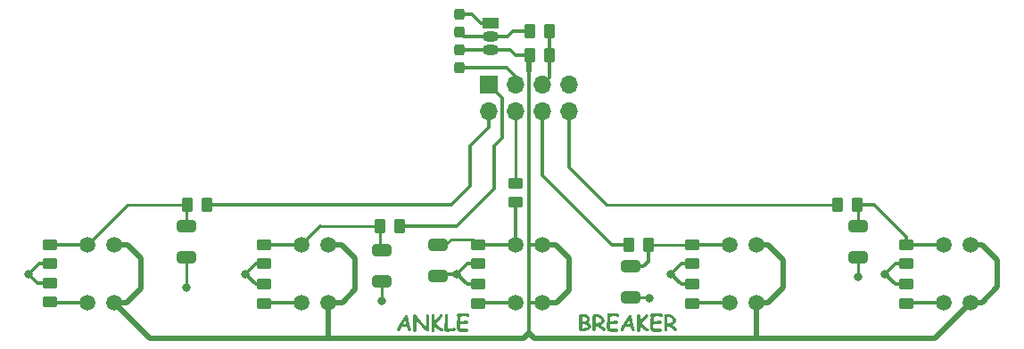
<source format=gbr>
%TF.GenerationSoftware,KiCad,Pcbnew,(7.0.0)*%
%TF.CreationDate,2023-09-21T17:36:51+12:00*%
%TF.ProjectId,SensorBoard,53656e73-6f72-4426-9f61-72642e6b6963,rev?*%
%TF.SameCoordinates,PX60e4b00PY48ab840*%
%TF.FileFunction,Copper,L1,Top*%
%TF.FilePolarity,Positive*%
%FSLAX46Y46*%
G04 Gerber Fmt 4.6, Leading zero omitted, Abs format (unit mm)*
G04 Created by KiCad (PCBNEW (7.0.0)) date 2023-09-21 17:36:51*
%MOMM*%
%LPD*%
G01*
G04 APERTURE LIST*
G04 Aperture macros list*
%AMRoundRect*
0 Rectangle with rounded corners*
0 $1 Rounding radius*
0 $2 $3 $4 $5 $6 $7 $8 $9 X,Y pos of 4 corners*
0 Add a 4 corners polygon primitive as box body*
4,1,4,$2,$3,$4,$5,$6,$7,$8,$9,$2,$3,0*
0 Add four circle primitives for the rounded corners*
1,1,$1+$1,$2,$3*
1,1,$1+$1,$4,$5*
1,1,$1+$1,$6,$7*
1,1,$1+$1,$8,$9*
0 Add four rect primitives between the rounded corners*
20,1,$1+$1,$2,$3,$4,$5,0*
20,1,$1+$1,$4,$5,$6,$7,0*
20,1,$1+$1,$6,$7,$8,$9,0*
20,1,$1+$1,$8,$9,$2,$3,0*%
G04 Aperture macros list end*
%ADD10C,0.300000*%
%TA.AperFunction,NonConductor*%
%ADD11C,0.300000*%
%TD*%
%TA.AperFunction,SMDPad,CuDef*%
%ADD12RoundRect,0.250000X-0.650000X0.325000X-0.650000X-0.325000X0.650000X-0.325000X0.650000X0.325000X0*%
%TD*%
%TA.AperFunction,SMDPad,CuDef*%
%ADD13RoundRect,0.250000X-0.262500X-0.450000X0.262500X-0.450000X0.262500X0.450000X-0.262500X0.450000X0*%
%TD*%
%TA.AperFunction,SMDPad,CuDef*%
%ADD14RoundRect,0.250000X0.450000X-0.262500X0.450000X0.262500X-0.450000X0.262500X-0.450000X-0.262500X0*%
%TD*%
%TA.AperFunction,SMDPad,CuDef*%
%ADD15RoundRect,0.250000X-0.450000X0.262500X-0.450000X-0.262500X0.450000X-0.262500X0.450000X0.262500X0*%
%TD*%
%TA.AperFunction,ComponentPad*%
%ADD16C,1.500000*%
%TD*%
%TA.AperFunction,SMDPad,CuDef*%
%ADD17RoundRect,0.250000X0.262500X0.450000X-0.262500X0.450000X-0.262500X-0.450000X0.262500X-0.450000X0*%
%TD*%
%TA.AperFunction,SMDPad,CuDef*%
%ADD18RoundRect,0.237500X-0.237500X0.300000X-0.237500X-0.300000X0.237500X-0.300000X0.237500X0.300000X0*%
%TD*%
%TA.AperFunction,SMDPad,CuDef*%
%ADD19RoundRect,0.237500X0.237500X-0.300000X0.237500X0.300000X-0.237500X0.300000X-0.237500X-0.300000X0*%
%TD*%
%TA.AperFunction,ComponentPad*%
%ADD20R,1.500000X1.050000*%
%TD*%
%TA.AperFunction,ComponentPad*%
%ADD21O,1.500000X1.050000*%
%TD*%
%TA.AperFunction,ComponentPad*%
%ADD22R,1.700000X1.700000*%
%TD*%
%TA.AperFunction,ComponentPad*%
%ADD23O,1.700000X1.700000*%
%TD*%
%TA.AperFunction,ViaPad*%
%ADD24C,0.800000*%
%TD*%
%TA.AperFunction,Conductor*%
%ADD25C,0.300000*%
%TD*%
%TA.AperFunction,Conductor*%
%ADD26C,0.500000*%
%TD*%
%TA.AperFunction,Conductor*%
%ADD27C,0.250000*%
%TD*%
G04 APERTURE END LIST*
D10*
D11*
G36*
X54758648Y3548936D02*
G01*
X54782814Y3547489D01*
X54806848Y3545077D01*
X54830750Y3541701D01*
X54854521Y3537361D01*
X54878160Y3532056D01*
X54901667Y3525786D01*
X54925043Y3518552D01*
X54948287Y3510353D01*
X54971400Y3501189D01*
X54994380Y3491061D01*
X55017230Y3479969D01*
X55039947Y3467912D01*
X55062533Y3454890D01*
X55084987Y3440904D01*
X55107309Y3425953D01*
X55120180Y3416884D01*
X55132641Y3407675D01*
X55144695Y3398325D01*
X55156339Y3388836D01*
X55167575Y3379206D01*
X55188821Y3359525D01*
X55208433Y3339284D01*
X55226411Y3318481D01*
X55242754Y3297117D01*
X55257463Y3275193D01*
X55270538Y3252707D01*
X55281978Y3229661D01*
X55291784Y3206053D01*
X55299956Y3181884D01*
X55306493Y3157155D01*
X55311396Y3131864D01*
X55314665Y3106013D01*
X55316299Y3079600D01*
X55316503Y3066183D01*
X55316123Y3044661D01*
X55314983Y3023782D01*
X55313084Y3003548D01*
X55310424Y2983957D01*
X55307004Y2965011D01*
X55302825Y2946709D01*
X55297885Y2929050D01*
X55292186Y2912036D01*
X55285727Y2895665D01*
X55278507Y2879939D01*
X55273272Y2869812D01*
X55263964Y2853457D01*
X55255947Y2841003D01*
X55247040Y2828389D01*
X55237245Y2815613D01*
X55226561Y2802676D01*
X55214988Y2789578D01*
X55202527Y2776319D01*
X55189177Y2762899D01*
X55174938Y2749318D01*
X55159810Y2735576D01*
X55154570Y2730960D01*
X55173124Y2721602D01*
X55191278Y2711387D01*
X55209033Y2700315D01*
X55226389Y2688387D01*
X55243346Y2675603D01*
X55259903Y2661962D01*
X55276061Y2647464D01*
X55291820Y2632110D01*
X55302104Y2621399D01*
X55312210Y2610306D01*
X55322139Y2598833D01*
X55331891Y2586979D01*
X55342494Y2573519D01*
X55352413Y2560068D01*
X55361648Y2546626D01*
X55370199Y2533192D01*
X55378065Y2519767D01*
X55385248Y2506350D01*
X55391747Y2492942D01*
X55400212Y2472846D01*
X55407138Y2452769D01*
X55412525Y2432712D01*
X55416373Y2412674D01*
X55418682Y2392655D01*
X55419452Y2372656D01*
X55418868Y2355859D01*
X55417116Y2339174D01*
X55414197Y2322600D01*
X55410109Y2306138D01*
X55404854Y2289787D01*
X55398432Y2273549D01*
X55390841Y2257421D01*
X55382083Y2241406D01*
X55372156Y2225502D01*
X55361062Y2209710D01*
X55348801Y2194029D01*
X55335371Y2178460D01*
X55320774Y2163002D01*
X55305009Y2147657D01*
X55288076Y2132422D01*
X55269975Y2117300D01*
X55257437Y2107425D01*
X55244828Y2097860D01*
X55232147Y2088603D01*
X55219394Y2079656D01*
X55206570Y2071018D01*
X55193674Y2062689D01*
X55180707Y2054669D01*
X55167668Y2046958D01*
X55154557Y2039556D01*
X55141375Y2032464D01*
X55128122Y2025680D01*
X55114797Y2019206D01*
X55101400Y2013041D01*
X55087932Y2007185D01*
X55067596Y1998980D01*
X55060781Y1996400D01*
X55045659Y1990968D01*
X55030290Y1985708D01*
X55014673Y1980621D01*
X54998808Y1975706D01*
X54982696Y1970963D01*
X54966336Y1966394D01*
X54949729Y1961996D01*
X54932874Y1957771D01*
X54915772Y1953719D01*
X54898422Y1949838D01*
X54880824Y1946131D01*
X54862979Y1942596D01*
X54844886Y1939233D01*
X54826546Y1936043D01*
X54807958Y1933025D01*
X54789122Y1930179D01*
X54770039Y1927506D01*
X54750708Y1925006D01*
X54731130Y1922678D01*
X54711304Y1920522D01*
X54691230Y1918539D01*
X54670909Y1916728D01*
X54650341Y1915090D01*
X54629525Y1913624D01*
X54608461Y1912331D01*
X54587149Y1911210D01*
X54565590Y1910261D01*
X54543784Y1909485D01*
X54521730Y1908882D01*
X54499428Y1908451D01*
X54476879Y1908192D01*
X54454082Y1908106D01*
X54438803Y1908896D01*
X54423925Y1911266D01*
X54409448Y1915216D01*
X54395372Y1920745D01*
X54381696Y1927855D01*
X54368421Y1936545D01*
X54355547Y1946815D01*
X54343073Y1958664D01*
X54331653Y1971498D01*
X54321756Y1984539D01*
X54313381Y1997785D01*
X54306529Y2011237D01*
X54301199Y2024896D01*
X54296679Y2042259D01*
X54294537Y2059944D01*
X54294347Y2067108D01*
X54294347Y2564631D01*
X54574616Y2564631D01*
X54574616Y2189474D01*
X54596897Y2190806D01*
X54619409Y2192513D01*
X54642154Y2194596D01*
X54665131Y2197053D01*
X54688339Y2199885D01*
X54711779Y2203092D01*
X54735451Y2206674D01*
X54759355Y2210631D01*
X54783491Y2214963D01*
X54807858Y2219670D01*
X54832457Y2224752D01*
X54857289Y2230209D01*
X54882352Y2236041D01*
X54907647Y2242247D01*
X54933173Y2248829D01*
X54958932Y2255786D01*
X54980884Y2262090D01*
X55001401Y2268454D01*
X55020485Y2274878D01*
X55038135Y2281362D01*
X55054351Y2287907D01*
X55069133Y2294511D01*
X55082481Y2301176D01*
X55099814Y2311286D01*
X55113921Y2321531D01*
X55124801Y2331911D01*
X55134290Y2345962D01*
X55138042Y2360253D01*
X55138084Y2363863D01*
X55135622Y2382925D01*
X55129703Y2401461D01*
X55122995Y2415017D01*
X55114342Y2428277D01*
X55103744Y2441241D01*
X55091201Y2453908D01*
X55076713Y2466280D01*
X55060280Y2478355D01*
X55041903Y2490133D01*
X55028570Y2497821D01*
X55021580Y2501616D01*
X55005050Y2510264D01*
X54988706Y2518210D01*
X54972549Y2525454D01*
X54956579Y2531996D01*
X54940796Y2537836D01*
X54925199Y2542974D01*
X54909789Y2547410D01*
X54894566Y2551144D01*
X54879530Y2554176D01*
X54864680Y2556506D01*
X54854884Y2557670D01*
X54836484Y2557731D01*
X54816455Y2557914D01*
X54794796Y2558220D01*
X54779452Y2558492D01*
X54763383Y2558819D01*
X54746590Y2559199D01*
X54729074Y2559634D01*
X54710833Y2560124D01*
X54691868Y2560668D01*
X54672178Y2561266D01*
X54651765Y2561918D01*
X54630628Y2562625D01*
X54608766Y2563387D01*
X54586180Y2564202D01*
X54574616Y2564631D01*
X54294347Y2564631D01*
X54294347Y2845998D01*
X54574616Y2845998D01*
X54591792Y2844004D01*
X54608151Y2842280D01*
X54623692Y2840827D01*
X54638415Y2839644D01*
X54656773Y2838488D01*
X54673677Y2837812D01*
X54689127Y2837618D01*
X54706396Y2838051D01*
X54715666Y2838671D01*
X54735073Y2840355D01*
X54753864Y2842385D01*
X54772038Y2844760D01*
X54789597Y2847481D01*
X54806540Y2850548D01*
X54822866Y2853960D01*
X54838576Y2857717D01*
X54853671Y2861821D01*
X54868149Y2866270D01*
X54882011Y2871064D01*
X54907887Y2881690D01*
X54931298Y2893699D01*
X54952246Y2907090D01*
X54970728Y2921863D01*
X54986747Y2938019D01*
X55000301Y2955557D01*
X55011391Y2974478D01*
X55020016Y2994781D01*
X55026177Y3016467D01*
X55029873Y3039535D01*
X55031106Y3063985D01*
X55029657Y3081674D01*
X55025312Y3099202D01*
X55018071Y3116570D01*
X55010739Y3129491D01*
X55001778Y3142321D01*
X54991187Y3155062D01*
X54978967Y3167712D01*
X54965118Y3180272D01*
X54949640Y3192742D01*
X54938415Y3201005D01*
X54920312Y3213314D01*
X54901995Y3224413D01*
X54883466Y3234300D01*
X54864725Y3242977D01*
X54845771Y3250443D01*
X54826604Y3256698D01*
X54807225Y3261743D01*
X54787634Y3265577D01*
X54767830Y3268200D01*
X54747813Y3269613D01*
X54734351Y3269882D01*
X54718142Y3269875D01*
X54702763Y3269853D01*
X54681251Y3269794D01*
X54661607Y3269703D01*
X54643831Y3269580D01*
X54627922Y3269424D01*
X54609615Y3269166D01*
X54594628Y3268851D01*
X54578374Y3268272D01*
X54574616Y3268050D01*
X54575715Y3055925D01*
X54574616Y2845998D01*
X54294347Y2845998D01*
X54294347Y3142021D01*
X54293546Y3159240D01*
X54292790Y3176459D01*
X54292080Y3193678D01*
X54291416Y3210897D01*
X54290798Y3228116D01*
X54290225Y3245335D01*
X54289699Y3262555D01*
X54289218Y3279774D01*
X54288577Y3298905D01*
X54288302Y3317280D01*
X54288394Y3334900D01*
X54288852Y3351764D01*
X54289676Y3367873D01*
X54290867Y3383226D01*
X54292424Y3397823D01*
X54294347Y3411665D01*
X54298359Y3428865D01*
X54305037Y3444745D01*
X54314382Y3459305D01*
X54326392Y3472544D01*
X54341069Y3484464D01*
X54358412Y3495063D01*
X54378421Y3504342D01*
X54393242Y3509794D01*
X54409247Y3514660D01*
X54426438Y3518939D01*
X54444813Y3522631D01*
X54464374Y3525737D01*
X54474598Y3527070D01*
X54490203Y3531063D01*
X54507618Y3534664D01*
X54526843Y3537873D01*
X54547877Y3540688D01*
X54562905Y3542347D01*
X54578737Y3543831D01*
X54595374Y3545140D01*
X54612815Y3546275D01*
X54631060Y3547235D01*
X54650110Y3548021D01*
X54669963Y3548632D01*
X54690622Y3549069D01*
X54712084Y3549331D01*
X54734351Y3549418D01*
X54758648Y3548936D01*
G37*
G36*
X55759804Y3549418D02*
G01*
X55775228Y3548290D01*
X55790174Y3547195D01*
X55818634Y3545107D01*
X55845186Y3543154D01*
X55869828Y3541335D01*
X55892561Y3539650D01*
X55913385Y3538101D01*
X55932300Y3536685D01*
X55949306Y3535404D01*
X55964403Y3534258D01*
X55983468Y3532791D01*
X55998239Y3531626D01*
X56013310Y3530358D01*
X56016625Y3530000D01*
X56034456Y3527716D01*
X56051951Y3525169D01*
X56069111Y3522358D01*
X56085937Y3519284D01*
X56102428Y3515947D01*
X56118583Y3512346D01*
X56134404Y3508482D01*
X56149890Y3504355D01*
X56165042Y3499964D01*
X56179858Y3495310D01*
X56194339Y3490393D01*
X56208486Y3485212D01*
X56222297Y3479769D01*
X56242387Y3471109D01*
X56261723Y3461857D01*
X56288794Y3448062D01*
X56315005Y3434062D01*
X56340357Y3419857D01*
X56364849Y3405448D01*
X56388482Y3390834D01*
X56411256Y3376016D01*
X56433170Y3360993D01*
X56454225Y3345765D01*
X56474420Y3330333D01*
X56493756Y3314696D01*
X56512233Y3298854D01*
X56529850Y3282808D01*
X56546608Y3266557D01*
X56562507Y3250101D01*
X56577546Y3233441D01*
X56591726Y3216576D01*
X56605046Y3199506D01*
X56617507Y3182232D01*
X56629109Y3164753D01*
X56639851Y3147070D01*
X56649734Y3129182D01*
X56658758Y3111089D01*
X56666922Y3092791D01*
X56674226Y3074289D01*
X56680672Y3055582D01*
X56686258Y3036671D01*
X56690984Y3017555D01*
X56694852Y2998234D01*
X56697859Y2978709D01*
X56700008Y2958979D01*
X56701297Y2939044D01*
X56701727Y2918905D01*
X56701366Y2902356D01*
X56700284Y2886047D01*
X56698481Y2869978D01*
X56695956Y2854150D01*
X56692711Y2838562D01*
X56688744Y2823215D01*
X56684055Y2808108D01*
X56678646Y2793242D01*
X56672515Y2778616D01*
X56665663Y2764230D01*
X56658089Y2750085D01*
X56649795Y2736181D01*
X56640779Y2722516D01*
X56631041Y2709093D01*
X56620583Y2695909D01*
X56609403Y2682966D01*
X56597503Y2670314D01*
X56584885Y2657910D01*
X56571549Y2645756D01*
X56557494Y2633851D01*
X56542720Y2622194D01*
X56527228Y2610787D01*
X56511018Y2599628D01*
X56494090Y2588719D01*
X56476443Y2578059D01*
X56458077Y2567647D01*
X56438993Y2557485D01*
X56419191Y2547572D01*
X56398670Y2537908D01*
X56377431Y2528492D01*
X56355474Y2519326D01*
X56332798Y2510409D01*
X56349725Y2500259D01*
X56366389Y2490096D01*
X56382789Y2479920D01*
X56398927Y2469731D01*
X56414800Y2459529D01*
X56430411Y2449315D01*
X56445758Y2439087D01*
X56460842Y2428847D01*
X56475663Y2418594D01*
X56490220Y2408328D01*
X56504514Y2398049D01*
X56518545Y2387757D01*
X56532312Y2377452D01*
X56545816Y2367135D01*
X56559056Y2356804D01*
X56572034Y2346461D01*
X56584748Y2336104D01*
X56597198Y2325735D01*
X56609386Y2315353D01*
X56621310Y2304959D01*
X56632970Y2294551D01*
X56644368Y2284130D01*
X56655502Y2273697D01*
X56666372Y2263250D01*
X56676980Y2252791D01*
X56687324Y2242319D01*
X56707222Y2221336D01*
X56726067Y2200301D01*
X56743859Y2179215D01*
X56754202Y2165341D01*
X56762792Y2150965D01*
X56769629Y2136089D01*
X56774713Y2120712D01*
X56778044Y2104833D01*
X56779622Y2088454D01*
X56779762Y2081763D01*
X56779087Y2066644D01*
X56777060Y2052064D01*
X56772627Y2034596D01*
X56766084Y2017968D01*
X56757429Y2002181D01*
X56748985Y1990157D01*
X56739191Y1978671D01*
X56736531Y1975883D01*
X56725466Y1965493D01*
X56713885Y1956489D01*
X56698685Y1947181D01*
X56682680Y1940038D01*
X56665870Y1935060D01*
X56648255Y1932246D01*
X56633583Y1931553D01*
X56616404Y1932707D01*
X56599673Y1936169D01*
X56583388Y1941938D01*
X56567551Y1950015D01*
X56555204Y1958137D01*
X56543142Y1967737D01*
X56531367Y1978814D01*
X56511798Y1998680D01*
X56492108Y2018163D01*
X56472296Y2037260D01*
X56452364Y2055974D01*
X56432311Y2074303D01*
X56412137Y2092248D01*
X56391842Y2109809D01*
X56371426Y2126986D01*
X56350890Y2143778D01*
X56330232Y2160186D01*
X56309453Y2176210D01*
X56288554Y2191849D01*
X56267533Y2207105D01*
X56246392Y2221976D01*
X56225129Y2236462D01*
X56203746Y2250565D01*
X56182242Y2264283D01*
X56160617Y2277617D01*
X56138871Y2290567D01*
X56117004Y2303132D01*
X56095016Y2315314D01*
X56072907Y2327111D01*
X56050677Y2338523D01*
X56028326Y2349552D01*
X56005855Y2360196D01*
X55983262Y2370456D01*
X55960548Y2380332D01*
X55937714Y2389823D01*
X55914759Y2398931D01*
X55891682Y2407654D01*
X55868485Y2415992D01*
X55845167Y2423947D01*
X55845866Y2403783D01*
X55846542Y2384189D01*
X55847197Y2365164D01*
X55847829Y2346707D01*
X55848439Y2328819D01*
X55849027Y2311500D01*
X55849592Y2294750D01*
X55850136Y2278569D01*
X55850657Y2262957D01*
X55851156Y2247913D01*
X55852088Y2219533D01*
X55852931Y2193428D01*
X55853685Y2169598D01*
X55854350Y2148044D01*
X55854927Y2128766D01*
X55855415Y2111763D01*
X55855814Y2097035D01*
X55856247Y2079211D01*
X55856513Y2063408D01*
X55856524Y2060880D01*
X55855877Y2045160D01*
X55853937Y2030059D01*
X55850703Y2015577D01*
X55844840Y1998342D01*
X55836957Y1982074D01*
X55827052Y1966772D01*
X55817672Y1955226D01*
X55815125Y1952436D01*
X55804546Y1942046D01*
X55790421Y1931007D01*
X55775294Y1922132D01*
X55759166Y1915422D01*
X55742035Y1910877D01*
X55723903Y1908495D01*
X55712543Y1908106D01*
X55697385Y1908753D01*
X55679338Y1911381D01*
X55662294Y1916030D01*
X55646251Y1922701D01*
X55631210Y1931393D01*
X55617171Y1942107D01*
X55609228Y1949505D01*
X55597407Y1962784D01*
X55587590Y1976975D01*
X55579776Y1992079D01*
X55573966Y2008095D01*
X55570159Y2025023D01*
X55568356Y2042864D01*
X55568196Y2050255D01*
X55568212Y2065638D01*
X55568260Y2082387D01*
X55568340Y2100500D01*
X55568453Y2119979D01*
X55568598Y2140823D01*
X55568713Y2155478D01*
X55568841Y2170739D01*
X55568984Y2186607D01*
X55569142Y2203082D01*
X55569314Y2220164D01*
X55569500Y2237852D01*
X55569700Y2256148D01*
X55569915Y2275050D01*
X55570027Y2284728D01*
X55570294Y2303934D01*
X55570543Y2322533D01*
X55570774Y2340524D01*
X55570989Y2357910D01*
X55571187Y2374688D01*
X55571367Y2390859D01*
X55571530Y2406424D01*
X55571676Y2421382D01*
X55571863Y2442681D01*
X55572011Y2462615D01*
X55572120Y2481184D01*
X55572191Y2498387D01*
X55572223Y2514226D01*
X55572226Y2519201D01*
X55574178Y3268050D01*
X55852494Y3268050D01*
X55852494Y2705315D01*
X55867950Y2704928D01*
X55883630Y2704668D01*
X55897923Y2704582D01*
X55913572Y2704645D01*
X55928966Y2704834D01*
X55944104Y2705149D01*
X55958986Y2705589D01*
X55987985Y2706849D01*
X56015961Y2708612D01*
X56042916Y2710879D01*
X56068850Y2713649D01*
X56093761Y2716924D01*
X56117650Y2720702D01*
X56140518Y2724984D01*
X56162364Y2729769D01*
X56183188Y2735059D01*
X56202990Y2740852D01*
X56221771Y2747149D01*
X56239529Y2753949D01*
X56256266Y2761254D01*
X56271981Y2769062D01*
X56284941Y2776212D01*
X56297627Y2783923D01*
X56310037Y2792194D01*
X56322173Y2801027D01*
X56334034Y2810421D01*
X56345621Y2820376D01*
X56356932Y2830892D01*
X56367969Y2841968D01*
X56378273Y2853062D01*
X56389221Y2865932D01*
X56398022Y2877692D01*
X56405750Y2890340D01*
X56411246Y2904720D01*
X56411933Y2910845D01*
X56411361Y2925650D01*
X56409648Y2940389D01*
X56406793Y2955062D01*
X56402796Y2969669D01*
X56397657Y2984211D01*
X56391376Y2998686D01*
X56383953Y3013096D01*
X56375388Y3027440D01*
X56365680Y3041719D01*
X56354831Y3055931D01*
X56342840Y3070077D01*
X56329707Y3084158D01*
X56315431Y3098173D01*
X56300014Y3112122D01*
X56283455Y3126005D01*
X56265753Y3139823D01*
X56248295Y3152441D01*
X56230725Y3164375D01*
X56213044Y3175625D01*
X56195251Y3186191D01*
X56177346Y3196072D01*
X56159330Y3205270D01*
X56141202Y3213784D01*
X56122963Y3221613D01*
X56104612Y3228759D01*
X56086149Y3235220D01*
X56067574Y3240998D01*
X56048888Y3246091D01*
X56030091Y3250500D01*
X56011182Y3254226D01*
X55992161Y3257267D01*
X55973028Y3259624D01*
X55957794Y3260919D01*
X55942529Y3262023D01*
X55926647Y3263125D01*
X55907502Y3264421D01*
X55891001Y3265521D01*
X55872665Y3266731D01*
X55852494Y3268050D01*
X55574178Y3268050D01*
X55574424Y3362572D01*
X55575053Y3379322D01*
X55576943Y3395682D01*
X55580091Y3411653D01*
X55584499Y3427235D01*
X55590166Y3442428D01*
X55597093Y3457231D01*
X55605279Y3471646D01*
X55614724Y3485670D01*
X55624901Y3498308D01*
X55635787Y3509567D01*
X55647381Y3519448D01*
X55659684Y3527951D01*
X55672695Y3535076D01*
X55686414Y3540823D01*
X55700842Y3545191D01*
X55715978Y3548181D01*
X55731822Y3549793D01*
X55748375Y3550027D01*
X55759804Y3549418D01*
G37*
G36*
X57959822Y3291497D02*
G01*
X57944125Y3292270D01*
X57929194Y3294336D01*
X57916591Y3296993D01*
X57895745Y3302006D01*
X57874974Y3306696D01*
X57854277Y3311062D01*
X57833655Y3315105D01*
X57813107Y3318824D01*
X57792634Y3322220D01*
X57772234Y3325293D01*
X57751910Y3328042D01*
X57731660Y3330468D01*
X57711484Y3332570D01*
X57691382Y3334349D01*
X57671355Y3335805D01*
X57651403Y3336937D01*
X57631525Y3337745D01*
X57611721Y3338230D01*
X57591992Y3338392D01*
X57572489Y3338209D01*
X57557628Y3337831D01*
X57542568Y3337247D01*
X57527309Y3336457D01*
X57511850Y3335461D01*
X57496191Y3334259D01*
X57480332Y3332851D01*
X57464274Y3331236D01*
X57448016Y3329416D01*
X57431559Y3327390D01*
X57426029Y3326668D01*
X57409371Y3324367D01*
X57392506Y3321860D01*
X57375436Y3319146D01*
X57358160Y3316227D01*
X57340677Y3313101D01*
X57322989Y3309770D01*
X57305094Y3306232D01*
X57286994Y3302488D01*
X57268687Y3298538D01*
X57250174Y3294382D01*
X57237718Y3291497D01*
X57237680Y3273191D01*
X57237569Y3253808D01*
X57237383Y3233348D01*
X57237122Y3211813D01*
X57236787Y3189202D01*
X57236378Y3165514D01*
X57235894Y3140750D01*
X57235336Y3114910D01*
X57234704Y3087993D01*
X57233997Y3060001D01*
X57233215Y3030932D01*
X57232797Y3015994D01*
X57232359Y3000787D01*
X57231904Y2985311D01*
X57231429Y2969566D01*
X57230936Y2953552D01*
X57230425Y2937269D01*
X57229894Y2920717D01*
X57229346Y2903895D01*
X57228778Y2886805D01*
X57228192Y2869446D01*
X57247151Y2870654D01*
X57267261Y2872063D01*
X57283473Y2873242D01*
X57301929Y2874613D01*
X57322628Y2876176D01*
X57345572Y2877930D01*
X57370759Y2879877D01*
X57398191Y2882015D01*
X57427866Y2884345D01*
X57443546Y2885581D01*
X57459786Y2886866D01*
X57476587Y2888199D01*
X57493949Y2889580D01*
X57511873Y2891008D01*
X57530357Y2892485D01*
X57549402Y2894009D01*
X57569008Y2895582D01*
X57589175Y2897202D01*
X57609904Y2898870D01*
X57631193Y2900587D01*
X57655223Y2902494D01*
X57678127Y2904279D01*
X57699908Y2905940D01*
X57720563Y2907479D01*
X57740093Y2908894D01*
X57758499Y2910187D01*
X57775779Y2911356D01*
X57791935Y2912402D01*
X57806966Y2913325D01*
X57827403Y2914479D01*
X57845310Y2915356D01*
X57860685Y2915956D01*
X57877249Y2916325D01*
X57880687Y2916340D01*
X57895616Y2915734D01*
X57913505Y2913268D01*
X57930535Y2908907D01*
X57946707Y2902650D01*
X57962020Y2894496D01*
X57976474Y2884446D01*
X57984734Y2877506D01*
X57997189Y2864753D01*
X58007532Y2850765D01*
X58015764Y2835544D01*
X58021886Y2819088D01*
X58025897Y2801397D01*
X58027585Y2786357D01*
X58027965Y2774557D01*
X58027454Y2759587D01*
X58024772Y2738692D01*
X58019791Y2719671D01*
X58012510Y2702525D01*
X58002931Y2687252D01*
X57991052Y2673854D01*
X57976875Y2662330D01*
X57960398Y2652679D01*
X57941622Y2644903D01*
X57920547Y2639001D01*
X57905220Y2636107D01*
X57897173Y2634973D01*
X57881002Y2634025D01*
X57863402Y2632968D01*
X57844372Y2631801D01*
X57823912Y2630525D01*
X57802022Y2629139D01*
X57786635Y2628154D01*
X57770612Y2627121D01*
X57753954Y2626039D01*
X57736661Y2624909D01*
X57718732Y2623729D01*
X57700167Y2622502D01*
X57680968Y2621225D01*
X57661132Y2619900D01*
X57650976Y2619219D01*
X57632080Y2617595D01*
X57612027Y2615927D01*
X57590818Y2614217D01*
X57568453Y2612464D01*
X57544931Y2610668D01*
X57520253Y2608829D01*
X57494419Y2606947D01*
X57467428Y2605022D01*
X57439281Y2603055D01*
X57409977Y2601044D01*
X57394892Y2600022D01*
X57379518Y2598990D01*
X57363854Y2597947D01*
X57347902Y2596894D01*
X57331660Y2595829D01*
X57315129Y2594754D01*
X57298309Y2593668D01*
X57281200Y2592572D01*
X57263802Y2591464D01*
X57246115Y2590346D01*
X57228139Y2589217D01*
X57209874Y2588078D01*
X57208987Y2572017D01*
X57208157Y2556347D01*
X57207384Y2541070D01*
X57206668Y2526185D01*
X57205702Y2504593D01*
X57204865Y2483883D01*
X57204157Y2464055D01*
X57203577Y2445110D01*
X57203126Y2427047D01*
X57202804Y2409866D01*
X57202611Y2393568D01*
X57202547Y2378151D01*
X57202640Y2353732D01*
X57202919Y2330667D01*
X57203384Y2308956D01*
X57204035Y2288598D01*
X57204872Y2269594D01*
X57205895Y2251944D01*
X57207105Y2235648D01*
X57208500Y2220706D01*
X57210942Y2200831D01*
X57213802Y2184002D01*
X57218267Y2166303D01*
X57224895Y2151793D01*
X57226360Y2149906D01*
X57241211Y2143531D01*
X57256774Y2140890D01*
X57272986Y2139242D01*
X57292541Y2138005D01*
X57309400Y2137348D01*
X57328141Y2136923D01*
X57348762Y2136730D01*
X57356053Y2136717D01*
X57373089Y2136763D01*
X57392140Y2136900D01*
X57407751Y2137064D01*
X57424495Y2137278D01*
X57442372Y2137544D01*
X57461383Y2137862D01*
X57481527Y2138231D01*
X57502805Y2138652D01*
X57517620Y2138961D01*
X57532938Y2139293D01*
X57548761Y2139648D01*
X57564626Y2140003D01*
X57579982Y2140335D01*
X57594828Y2140644D01*
X57616143Y2141065D01*
X57636310Y2141434D01*
X57655332Y2141752D01*
X57673207Y2142018D01*
X57689936Y2142233D01*
X57705519Y2142396D01*
X57724513Y2142533D01*
X57741468Y2142579D01*
X57756381Y2143187D01*
X57770989Y2144550D01*
X57785726Y2146380D01*
X57802285Y2148807D01*
X57818917Y2151234D01*
X57833550Y2153065D01*
X57849428Y2154543D01*
X57862002Y2155035D01*
X57876663Y2154509D01*
X57894231Y2152369D01*
X57910959Y2148584D01*
X57926846Y2143153D01*
X57941893Y2136076D01*
X57956098Y2127353D01*
X57964218Y2121330D01*
X57975552Y2111512D01*
X57987595Y2097904D01*
X57997277Y2082812D01*
X58004597Y2066234D01*
X58008753Y2051903D01*
X58011397Y2036621D01*
X58012531Y2020390D01*
X58012578Y2016183D01*
X58011519Y1995690D01*
X58008340Y1976801D01*
X58003044Y1959515D01*
X57995628Y1943832D01*
X57986094Y1929753D01*
X57974440Y1917278D01*
X57960668Y1906406D01*
X57944778Y1897138D01*
X57926768Y1889473D01*
X57906640Y1883412D01*
X57892044Y1880262D01*
X57870790Y1876858D01*
X57854452Y1874774D01*
X57836380Y1872839D01*
X57816574Y1871053D01*
X57795033Y1869416D01*
X57771757Y1867927D01*
X57746747Y1866588D01*
X57720003Y1865397D01*
X57691523Y1864355D01*
X57676633Y1863890D01*
X57661310Y1863462D01*
X57645553Y1863072D01*
X57629362Y1862718D01*
X57612737Y1862402D01*
X57595679Y1862123D01*
X57578187Y1861881D01*
X57560262Y1861676D01*
X57541903Y1861509D01*
X57523110Y1861379D01*
X57503884Y1861286D01*
X57484224Y1861230D01*
X57464131Y1861211D01*
X57443362Y1861300D01*
X57423051Y1861568D01*
X57403197Y1862013D01*
X57383800Y1862637D01*
X57364860Y1863438D01*
X57346377Y1864418D01*
X57328352Y1865576D01*
X57310784Y1866913D01*
X57293674Y1868427D01*
X57277020Y1870120D01*
X57260824Y1871991D01*
X57245085Y1874040D01*
X57229803Y1876267D01*
X57214979Y1878672D01*
X57186701Y1884017D01*
X57160253Y1890075D01*
X57135634Y1896846D01*
X57112843Y1904329D01*
X57091882Y1912525D01*
X57072749Y1921434D01*
X57055446Y1931055D01*
X57039971Y1941389D01*
X57026325Y1952436D01*
X57012706Y1965947D01*
X56999964Y1981293D01*
X56988102Y1998473D01*
X56977118Y2017489D01*
X56967013Y2038338D01*
X56957787Y2061023D01*
X56949439Y2085542D01*
X56941970Y2111896D01*
X56935380Y2140085D01*
X56932414Y2154867D01*
X56929668Y2170108D01*
X56927142Y2185807D01*
X56924835Y2201966D01*
X56922748Y2218583D01*
X56920881Y2235658D01*
X56919234Y2253193D01*
X56917806Y2271186D01*
X56916598Y2289637D01*
X56915609Y2308548D01*
X56914840Y2327917D01*
X56914291Y2347744D01*
X56913961Y2368031D01*
X56913852Y2388776D01*
X56913930Y2406723D01*
X56914166Y2425761D01*
X56914560Y2445890D01*
X56915111Y2467109D01*
X56915819Y2489419D01*
X56916685Y2512819D01*
X56917708Y2537309D01*
X56918889Y2562890D01*
X56920227Y2589562D01*
X56921723Y2617324D01*
X56923376Y2646177D01*
X56924261Y2661012D01*
X56925186Y2676120D01*
X56926150Y2691500D01*
X56927154Y2707154D01*
X56928197Y2723079D01*
X56929279Y2739278D01*
X56930401Y2755749D01*
X56931562Y2772492D01*
X56932762Y2789509D01*
X56934002Y2806797D01*
X56935241Y2824085D01*
X56936442Y2841098D01*
X56937603Y2857837D01*
X56938724Y2874300D01*
X56939807Y2890489D01*
X56940849Y2906403D01*
X56941853Y2922042D01*
X56942817Y2937406D01*
X56943742Y2952496D01*
X56944628Y2967311D01*
X56946281Y2996116D01*
X56947776Y3023822D01*
X56949114Y3050430D01*
X56950295Y3075938D01*
X56951318Y3100347D01*
X56952184Y3123657D01*
X56952892Y3145868D01*
X56953443Y3166979D01*
X56953837Y3186992D01*
X56954073Y3205906D01*
X56954152Y3223720D01*
X56953791Y3238545D01*
X56952709Y3255817D01*
X56951256Y3272080D01*
X56949303Y3290042D01*
X56947380Y3305635D01*
X56945136Y3322316D01*
X56943893Y3331065D01*
X56941489Y3348290D01*
X56939405Y3364427D01*
X56937642Y3379476D01*
X56935889Y3396759D01*
X56934637Y3412342D01*
X56933796Y3428798D01*
X56933635Y3438409D01*
X56934199Y3457530D01*
X56935891Y3475418D01*
X56938710Y3492072D01*
X56942657Y3507492D01*
X56947732Y3521679D01*
X56957458Y3540645D01*
X56969722Y3556837D01*
X56984523Y3570252D01*
X57001862Y3580892D01*
X57021738Y3588757D01*
X57036398Y3592457D01*
X57052186Y3594925D01*
X57069102Y3596158D01*
X57077983Y3596312D01*
X57094637Y3595411D01*
X57110801Y3592706D01*
X57126476Y3588198D01*
X57141661Y3581887D01*
X57156358Y3573772D01*
X57161147Y3570667D01*
X57176074Y3574167D01*
X57190903Y3577525D01*
X57205635Y3580739D01*
X57220269Y3583810D01*
X57234807Y3586738D01*
X57249247Y3589523D01*
X57270724Y3593432D01*
X57291982Y3597019D01*
X57313022Y3600284D01*
X57333842Y3603228D01*
X57354444Y3605849D01*
X57374827Y3608148D01*
X57388293Y3609502D01*
X57408386Y3611335D01*
X57428273Y3612988D01*
X57447953Y3614460D01*
X57467428Y3615753D01*
X57486696Y3616865D01*
X57505759Y3617796D01*
X57524615Y3618548D01*
X57543265Y3619119D01*
X57561710Y3619509D01*
X57579948Y3619720D01*
X57591992Y3619760D01*
X57608124Y3619714D01*
X57624053Y3619577D01*
X57639778Y3619348D01*
X57655298Y3619027D01*
X57670615Y3618615D01*
X57685728Y3618111D01*
X57700637Y3617516D01*
X57715342Y3616829D01*
X57744140Y3615180D01*
X57772123Y3613165D01*
X57799290Y3610784D01*
X57825641Y3608036D01*
X57851176Y3604922D01*
X57875896Y3601442D01*
X57899799Y3597595D01*
X57922887Y3593382D01*
X57945160Y3588802D01*
X57966616Y3583856D01*
X57987257Y3578544D01*
X58007083Y3572865D01*
X58024040Y3565393D01*
X58039330Y3556851D01*
X58052951Y3547240D01*
X58064905Y3536561D01*
X58075191Y3524812D01*
X58083809Y3511994D01*
X58090758Y3498107D01*
X58096040Y3483152D01*
X58099654Y3467127D01*
X58101600Y3450033D01*
X58101971Y3438043D01*
X58101068Y3421068D01*
X58098357Y3404720D01*
X58093840Y3388997D01*
X58087517Y3373901D01*
X58079386Y3359430D01*
X58069449Y3345586D01*
X58064968Y3340224D01*
X58054269Y3328804D01*
X58042872Y3318906D01*
X58030776Y3310531D01*
X58014674Y3302204D01*
X57997481Y3296256D01*
X57982941Y3293210D01*
X57967703Y3291688D01*
X57959822Y3291497D01*
G37*
G36*
X59124177Y3477875D02*
G01*
X59143423Y3474272D01*
X59161349Y3468266D01*
X59177954Y3459859D01*
X59193239Y3449049D01*
X59207205Y3435838D01*
X59219850Y3420224D01*
X59231174Y3402208D01*
X59237991Y3388863D01*
X59244220Y3374450D01*
X59249863Y3358970D01*
X59254919Y3342422D01*
X59258975Y3320913D01*
X59261912Y3305498D01*
X59265035Y3289220D01*
X59268343Y3272081D01*
X59271838Y3254081D01*
X59275519Y3235219D01*
X59279386Y3215495D01*
X59283439Y3194910D01*
X59287678Y3173463D01*
X59292103Y3151155D01*
X59296714Y3127985D01*
X59301511Y3103954D01*
X59306494Y3079062D01*
X59311663Y3053307D01*
X59317018Y3026691D01*
X59319766Y3013061D01*
X59323731Y2994521D01*
X59327750Y2975814D01*
X59331822Y2956940D01*
X59335949Y2937899D01*
X59340129Y2918690D01*
X59344362Y2899313D01*
X59348649Y2879769D01*
X59352990Y2860058D01*
X59357385Y2840179D01*
X59361833Y2820133D01*
X59366335Y2799919D01*
X59370891Y2779538D01*
X59375500Y2758989D01*
X59380163Y2738273D01*
X59384879Y2717390D01*
X59389650Y2696339D01*
X59394474Y2675120D01*
X59399351Y2653734D01*
X59404282Y2632181D01*
X59409267Y2610461D01*
X59414306Y2588572D01*
X59419398Y2566517D01*
X59424544Y2544294D01*
X59429744Y2521903D01*
X59434997Y2499346D01*
X59440304Y2476620D01*
X59445664Y2453727D01*
X59451079Y2430667D01*
X59456547Y2407440D01*
X59462068Y2384045D01*
X59467643Y2360482D01*
X59473272Y2336752D01*
X59478301Y2320516D01*
X59484126Y2304346D01*
X59490125Y2288667D01*
X59497315Y2270549D01*
X59503489Y2255360D01*
X59510332Y2238800D01*
X59517846Y2220868D01*
X59526029Y2201564D01*
X59532642Y2185395D01*
X59538604Y2169999D01*
X59543916Y2155376D01*
X59549987Y2137081D01*
X59554901Y2120159D01*
X59558659Y2104612D01*
X59561731Y2087109D01*
X59562995Y2071753D01*
X59563032Y2068940D01*
X59561931Y2050858D01*
X59558631Y2033706D01*
X59553130Y2017484D01*
X59545429Y2002193D01*
X59535527Y1987832D01*
X59523426Y1974401D01*
X59517969Y1969289D01*
X59506606Y1959964D01*
X59491871Y1950159D01*
X59476545Y1942411D01*
X59460630Y1936721D01*
X59444123Y1933087D01*
X59427027Y1931511D01*
X59416486Y1931553D01*
X59401226Y1933726D01*
X59385947Y1939144D01*
X59370649Y1947808D01*
X59355332Y1959717D01*
X59339995Y1974873D01*
X59329760Y1986780D01*
X59319516Y2000129D01*
X59309263Y2014921D01*
X59299002Y2031156D01*
X59288732Y2048833D01*
X59278454Y2067952D01*
X59268167Y2088515D01*
X59257872Y2110519D01*
X59252721Y2122063D01*
X59245959Y2137318D01*
X59239320Y2152860D01*
X59232804Y2168688D01*
X59226412Y2184802D01*
X59220142Y2201203D01*
X59213995Y2217890D01*
X59207972Y2234863D01*
X59202071Y2252122D01*
X59196294Y2269667D01*
X59190639Y2287499D01*
X59185108Y2305617D01*
X59179700Y2324021D01*
X59174415Y2342711D01*
X59169253Y2361688D01*
X59164214Y2380950D01*
X59159298Y2400499D01*
X59144157Y2397477D01*
X59127309Y2394454D01*
X59108754Y2391432D01*
X59088493Y2388409D01*
X59066525Y2385387D01*
X59050931Y2383372D01*
X59034579Y2381357D01*
X59017469Y2379342D01*
X58999600Y2377327D01*
X58980973Y2375312D01*
X58961587Y2373297D01*
X58941443Y2371282D01*
X58920540Y2369267D01*
X58909804Y2368259D01*
X58889767Y2366221D01*
X58870323Y2364138D01*
X58851471Y2362008D01*
X58833211Y2359833D01*
X58815544Y2357612D01*
X58798469Y2355345D01*
X58781987Y2353032D01*
X58766098Y2350674D01*
X58750801Y2348270D01*
X58736096Y2345820D01*
X58715150Y2342059D01*
X58695537Y2338195D01*
X58677257Y2334228D01*
X58660310Y2330158D01*
X58654128Y2316127D01*
X58647396Y2301238D01*
X58640114Y2285490D01*
X58632283Y2268883D01*
X58623903Y2251418D01*
X58614972Y2233094D01*
X58605493Y2213911D01*
X58595464Y2193870D01*
X58584885Y2172970D01*
X58573756Y2151211D01*
X58562079Y2128594D01*
X58549851Y2105118D01*
X58537074Y2080784D01*
X58523748Y2055590D01*
X58509872Y2029538D01*
X58502728Y2016190D01*
X58495446Y2002628D01*
X58486622Y1989926D01*
X58477187Y1978474D01*
X58463654Y1965147D01*
X58449034Y1954042D01*
X58433326Y1945157D01*
X58416530Y1938494D01*
X58398647Y1934052D01*
X58379676Y1931831D01*
X58369783Y1931553D01*
X58352315Y1932492D01*
X58335401Y1935310D01*
X58319041Y1940006D01*
X58303237Y1946580D01*
X58287986Y1955032D01*
X58273291Y1965363D01*
X58267568Y1970021D01*
X58254586Y1982667D01*
X58243804Y1996332D01*
X58235223Y2011017D01*
X58228842Y2026722D01*
X58224661Y2043446D01*
X58222681Y2061190D01*
X58222505Y2068573D01*
X58224857Y2085690D01*
X58229710Y2103681D01*
X58234416Y2118129D01*
X58240297Y2134541D01*
X58247356Y2152917D01*
X58255590Y2173256D01*
X58265001Y2195558D01*
X58275589Y2219824D01*
X58287352Y2246053D01*
X58293675Y2259904D01*
X58300292Y2274246D01*
X58307204Y2289079D01*
X58314409Y2304403D01*
X58321908Y2320217D01*
X58329702Y2336522D01*
X58337789Y2353319D01*
X58346171Y2370606D01*
X58354847Y2388384D01*
X58363817Y2406653D01*
X58373080Y2425412D01*
X58367476Y2439164D01*
X58363045Y2454408D01*
X58360721Y2469149D01*
X58360624Y2485130D01*
X58364128Y2500058D01*
X58372123Y2513931D01*
X58384608Y2526748D01*
X58397828Y2536242D01*
X58413923Y2545061D01*
X58427879Y2551231D01*
X58443452Y2557022D01*
X58460642Y2562432D01*
X58469810Y2578318D01*
X58479044Y2594239D01*
X58488343Y2610195D01*
X58489122Y2611525D01*
X58810886Y2611525D01*
X58826581Y2614184D01*
X58844817Y2616663D01*
X58861235Y2618518D01*
X58879279Y2620258D01*
X58898948Y2621884D01*
X58914766Y2623028D01*
X58931500Y2624108D01*
X58949147Y2625123D01*
X58955233Y2625447D01*
X58976118Y2626589D01*
X58995496Y2627680D01*
X59013367Y2628719D01*
X59029731Y2629706D01*
X59044588Y2630642D01*
X59062054Y2631810D01*
X59076840Y2632886D01*
X59091555Y2634102D01*
X59100314Y2634973D01*
X59097172Y2652003D01*
X59093885Y2669663D01*
X59090452Y2687952D01*
X59086873Y2706872D01*
X59083147Y2726421D01*
X59079276Y2746599D01*
X59075259Y2767408D01*
X59071096Y2788846D01*
X59066787Y2810913D01*
X59062332Y2833611D01*
X59057731Y2856938D01*
X59052984Y2880895D01*
X59048091Y2905481D01*
X59043052Y2930697D01*
X59037867Y2956543D01*
X59032536Y2983019D01*
X59022225Y2965596D01*
X59011442Y2947401D01*
X59000186Y2928433D01*
X58988458Y2908692D01*
X58976258Y2888179D01*
X58963585Y2866893D01*
X58950440Y2844833D01*
X58936823Y2822002D01*
X58922734Y2798397D01*
X58908173Y2774019D01*
X58893139Y2748869D01*
X58885445Y2736004D01*
X58877633Y2722946D01*
X58869703Y2709694D01*
X58861654Y2696250D01*
X58853488Y2682612D01*
X58845204Y2668781D01*
X58836801Y2654757D01*
X58828281Y2640540D01*
X58819642Y2626129D01*
X58810886Y2611525D01*
X58489122Y2611525D01*
X58497707Y2626186D01*
X58507136Y2642212D01*
X58516631Y2658272D01*
X58526190Y2674369D01*
X58535815Y2690500D01*
X58545505Y2706666D01*
X58555259Y2722867D01*
X58565079Y2739103D01*
X58574964Y2755375D01*
X58584914Y2771681D01*
X58594930Y2788023D01*
X58605010Y2804399D01*
X58615156Y2820811D01*
X58625366Y2837258D01*
X58635642Y2853739D01*
X58645983Y2870256D01*
X58656389Y2886808D01*
X58666860Y2903395D01*
X58677396Y2920017D01*
X58687997Y2936674D01*
X58698664Y2953366D01*
X58709395Y2970093D01*
X58720192Y2986855D01*
X58731054Y3003653D01*
X58741981Y3020485D01*
X58752973Y3037353D01*
X58764030Y3054255D01*
X58775152Y3071193D01*
X58786339Y3088165D01*
X58802243Y3112215D01*
X58817761Y3135502D01*
X58832892Y3158025D01*
X58847637Y3179785D01*
X58861995Y3200781D01*
X58875967Y3221014D01*
X58889552Y3240483D01*
X58902752Y3259189D01*
X58915564Y3277131D01*
X58927991Y3294309D01*
X58940031Y3310725D01*
X58951684Y3326376D01*
X58962951Y3341265D01*
X58973832Y3355389D01*
X58984326Y3368750D01*
X58994434Y3381348D01*
X59004156Y3393182D01*
X59022440Y3414560D01*
X59039178Y3432884D01*
X59054371Y3448154D01*
X59068018Y3460370D01*
X59080119Y3469532D01*
X59095373Y3477549D01*
X59103611Y3479076D01*
X59124177Y3477875D01*
G37*
G36*
X60071545Y2414421D02*
G01*
X60070446Y1975517D01*
X60069545Y1958477D01*
X60066840Y1941977D01*
X60062332Y1926019D01*
X60056021Y1910602D01*
X60047906Y1895725D01*
X60044801Y1890887D01*
X60035224Y1878436D01*
X60024628Y1867646D01*
X60013013Y1858515D01*
X60000379Y1851045D01*
X59986726Y1845234D01*
X59972054Y1841084D01*
X59956364Y1838594D01*
X59939654Y1837764D01*
X59924710Y1838350D01*
X59905736Y1840955D01*
X59887850Y1845643D01*
X59871052Y1852415D01*
X59855341Y1861271D01*
X59840718Y1872210D01*
X59827183Y1885233D01*
X59814735Y1900340D01*
X59811793Y1904442D01*
X59803378Y1917649D01*
X59796085Y1931072D01*
X59789914Y1944714D01*
X59784865Y1958573D01*
X59780132Y1976202D01*
X59777151Y1994171D01*
X59776029Y2008792D01*
X59775889Y2016183D01*
X59775903Y2030882D01*
X59775945Y2046035D01*
X59776015Y2061642D01*
X59776112Y2077704D01*
X59776238Y2094220D01*
X59776392Y2111190D01*
X59776573Y2128615D01*
X59776782Y2146495D01*
X59777019Y2164828D01*
X59777285Y2183616D01*
X59777578Y2202858D01*
X59777899Y2222555D01*
X59778247Y2242706D01*
X59778624Y2263312D01*
X59779029Y2284372D01*
X59779461Y2305886D01*
X59779922Y2327854D01*
X59780410Y2350277D01*
X59780926Y2373155D01*
X59781471Y2396487D01*
X59782043Y2420273D01*
X59782643Y2444513D01*
X59783271Y2469208D01*
X59783926Y2494357D01*
X59784610Y2519961D01*
X59785322Y2546019D01*
X59786061Y2572531D01*
X59786829Y2599498D01*
X59787624Y2626919D01*
X59788447Y2654795D01*
X59789298Y2683125D01*
X59790177Y2711909D01*
X59791079Y2740693D01*
X59791952Y2769023D01*
X59792796Y2796899D01*
X59793612Y2824320D01*
X59794399Y2851287D01*
X59795158Y2877799D01*
X59795888Y2903857D01*
X59796589Y2929461D01*
X59797261Y2954610D01*
X59797905Y2979305D01*
X59798521Y3003545D01*
X59799108Y3027332D01*
X59799666Y3050663D01*
X59800195Y3073541D01*
X59800696Y3095964D01*
X59801168Y3117932D01*
X59801612Y3139447D01*
X59802027Y3160506D01*
X59802413Y3181112D01*
X59802771Y3201263D01*
X59803100Y3220960D01*
X59803401Y3240202D01*
X59803673Y3258990D01*
X59803916Y3277324D01*
X59804131Y3295203D01*
X59804317Y3312628D01*
X59804474Y3329598D01*
X59804603Y3346114D01*
X59804703Y3362176D01*
X59804775Y3377783D01*
X59804818Y3392936D01*
X59804832Y3407635D01*
X59805834Y3425436D01*
X59808839Y3442432D01*
X59813848Y3458624D01*
X59820860Y3474010D01*
X59829876Y3488591D01*
X59840896Y3502367D01*
X59845865Y3507652D01*
X59859294Y3519684D01*
X59873707Y3529677D01*
X59889104Y3537630D01*
X59905485Y3543545D01*
X59922850Y3547419D01*
X59937450Y3549051D01*
X59948813Y3549418D01*
X59963960Y3548765D01*
X59981960Y3546114D01*
X59998922Y3541424D01*
X60014847Y3534694D01*
X60029734Y3525925D01*
X60043583Y3515116D01*
X60051395Y3507652D01*
X60063111Y3494198D01*
X60072840Y3479939D01*
X60080584Y3464875D01*
X60086343Y3449005D01*
X60090116Y3432331D01*
X60091903Y3414852D01*
X60092062Y3407635D01*
X60091981Y3389470D01*
X60091740Y3370145D01*
X60091337Y3349662D01*
X60090774Y3328019D01*
X60090308Y3312947D01*
X60089772Y3297359D01*
X60089164Y3281256D01*
X60088484Y3264638D01*
X60087732Y3247505D01*
X60086910Y3229857D01*
X60086015Y3211693D01*
X60085049Y3193014D01*
X60084012Y3173820D01*
X60082903Y3154111D01*
X60081519Y3131353D01*
X60080206Y3109517D01*
X60078966Y3088603D01*
X60077796Y3068610D01*
X60076699Y3049540D01*
X60075673Y3031390D01*
X60074718Y3014162D01*
X60073835Y2997856D01*
X60073024Y2982472D01*
X60071941Y2961123D01*
X60071019Y2941848D01*
X60070258Y2924647D01*
X60069658Y2909520D01*
X60069347Y2900587D01*
X60079894Y2911198D01*
X60093493Y2925356D01*
X60110142Y2943061D01*
X60129843Y2964311D01*
X60140837Y2976266D01*
X60152595Y2989108D01*
X60165115Y3002836D01*
X60178398Y3017451D01*
X60192443Y3032953D01*
X60207252Y3049341D01*
X60222823Y3066615D01*
X60239157Y3084776D01*
X60256254Y3103824D01*
X60274113Y3123758D01*
X60292735Y3144579D01*
X60312121Y3166287D01*
X60332268Y3188881D01*
X60353179Y3212361D01*
X60374853Y3236728D01*
X60397289Y3261982D01*
X60420488Y3288122D01*
X60444450Y3315149D01*
X60469174Y3343063D01*
X60494662Y3371863D01*
X60520912Y3401549D01*
X60547925Y3432123D01*
X60575700Y3463582D01*
X60604239Y3495929D01*
X60616363Y3508465D01*
X60628923Y3519330D01*
X60641917Y3528524D01*
X60655347Y3536046D01*
X60669211Y3541896D01*
X60683511Y3546075D01*
X60698246Y3548582D01*
X60713415Y3549418D01*
X60731472Y3548407D01*
X60748778Y3545375D01*
X60765333Y3540321D01*
X60781136Y3533246D01*
X60796187Y3524150D01*
X60810488Y3513032D01*
X60815997Y3508019D01*
X60826301Y3497480D01*
X60837249Y3483518D01*
X60846051Y3468679D01*
X60852705Y3452963D01*
X60857213Y3436372D01*
X60859575Y3418903D01*
X60859961Y3408001D01*
X60856126Y3388698D01*
X60848215Y3369803D01*
X60840545Y3355103D01*
X60830956Y3338720D01*
X60819450Y3320653D01*
X60806026Y3300904D01*
X60790685Y3279472D01*
X60773425Y3256356D01*
X60764077Y3244168D01*
X60754249Y3231558D01*
X60743941Y3218528D01*
X60733154Y3205077D01*
X60721888Y3191205D01*
X60710142Y3176913D01*
X60697916Y3162199D01*
X60685212Y3147065D01*
X60672028Y3131511D01*
X60658364Y3115535D01*
X60644221Y3099139D01*
X60629599Y3082322D01*
X60614497Y3065084D01*
X60603144Y3052289D01*
X60591752Y3039505D01*
X60580323Y3026730D01*
X60568856Y3013965D01*
X60557351Y3001210D01*
X60545808Y2988465D01*
X60534227Y2975731D01*
X60522608Y2963006D01*
X60510952Y2950291D01*
X60499257Y2937587D01*
X60487524Y2924892D01*
X60475754Y2912207D01*
X60463945Y2899533D01*
X60452099Y2886868D01*
X60440215Y2874213D01*
X60428292Y2861569D01*
X60416332Y2848934D01*
X60404334Y2836310D01*
X60392298Y2823695D01*
X60380224Y2811091D01*
X60368112Y2798496D01*
X60355963Y2785912D01*
X60343775Y2773337D01*
X60331549Y2760773D01*
X60319286Y2748219D01*
X60306984Y2735674D01*
X60294645Y2723140D01*
X60282268Y2710615D01*
X60269852Y2698101D01*
X60257399Y2685597D01*
X60244908Y2673102D01*
X60232379Y2660618D01*
X60246398Y2647200D01*
X60260429Y2633782D01*
X60274471Y2620364D01*
X60288524Y2606946D01*
X60302589Y2593528D01*
X60316666Y2580110D01*
X60330754Y2566691D01*
X60344853Y2553273D01*
X60358964Y2539855D01*
X60373086Y2526437D01*
X60387220Y2513019D01*
X60401365Y2499601D01*
X60415521Y2486183D01*
X60429689Y2472765D01*
X60443869Y2459347D01*
X60458060Y2445929D01*
X60474441Y2430712D01*
X60490614Y2415835D01*
X60506578Y2401299D01*
X60522334Y2387104D01*
X60537880Y2373250D01*
X60553217Y2359736D01*
X60568345Y2346562D01*
X60583265Y2333730D01*
X60597975Y2321237D01*
X60612476Y2309086D01*
X60626769Y2297275D01*
X60640852Y2285805D01*
X60654727Y2274675D01*
X60668393Y2263886D01*
X60681849Y2253437D01*
X60695097Y2243329D01*
X60708326Y2234004D01*
X60721819Y2225263D01*
X60735575Y2217106D01*
X60749594Y2209532D01*
X60763876Y2202543D01*
X60778422Y2196137D01*
X60793231Y2190315D01*
X60808304Y2185077D01*
X60828011Y2177847D01*
X60845780Y2169484D01*
X60861611Y2159987D01*
X60875503Y2149357D01*
X60887457Y2137593D01*
X60897472Y2124696D01*
X60905549Y2110665D01*
X60911687Y2095501D01*
X60915887Y2079204D01*
X60918149Y2061773D01*
X60918579Y2049522D01*
X60917601Y2033002D01*
X60914664Y2016687D01*
X60909769Y2000579D01*
X60902917Y1984676D01*
X60895712Y1971581D01*
X60890736Y1963793D01*
X60880741Y1950742D01*
X60869807Y1939430D01*
X60857935Y1929859D01*
X60845123Y1922028D01*
X60831373Y1915937D01*
X60816684Y1911586D01*
X60801057Y1908976D01*
X60784490Y1908106D01*
X60765738Y1908864D01*
X60746302Y1911140D01*
X60726182Y1914932D01*
X60705378Y1920242D01*
X60683890Y1927068D01*
X60661718Y1935411D01*
X60638862Y1945272D01*
X60615321Y1956649D01*
X60591097Y1969543D01*
X60566188Y1983955D01*
X60553478Y1991729D01*
X60540596Y1999883D01*
X60527543Y2008416D01*
X60514319Y2017328D01*
X60500924Y2026620D01*
X60487359Y2036290D01*
X60473622Y2046340D01*
X60459714Y2056770D01*
X60445635Y2067578D01*
X60431385Y2078766D01*
X60416964Y2090333D01*
X60402372Y2102279D01*
X60387574Y2114858D01*
X60375845Y2125162D01*
X60362624Y2137001D01*
X60347912Y2150373D01*
X60331709Y2165279D01*
X60314015Y2181720D01*
X60294830Y2199695D01*
X60274153Y2219204D01*
X60263255Y2229533D01*
X60251985Y2240247D01*
X60240342Y2251343D01*
X60228326Y2262824D01*
X60215937Y2274688D01*
X60203176Y2286935D01*
X60190041Y2299566D01*
X60176534Y2312581D01*
X60162654Y2325979D01*
X60148401Y2339760D01*
X60133776Y2353925D01*
X60118777Y2368474D01*
X60103406Y2383406D01*
X60087662Y2398722D01*
X60071545Y2414421D01*
G37*
G36*
X62089480Y3291497D02*
G01*
X62073783Y3292270D01*
X62058852Y3294336D01*
X62046249Y3296993D01*
X62025403Y3302006D01*
X62004632Y3306696D01*
X61983935Y3311062D01*
X61963313Y3315105D01*
X61942765Y3318824D01*
X61922292Y3322220D01*
X61901893Y3325293D01*
X61881568Y3328042D01*
X61861318Y3330468D01*
X61841142Y3332570D01*
X61821041Y3334349D01*
X61801014Y3335805D01*
X61781061Y3336937D01*
X61761183Y3337745D01*
X61741379Y3338230D01*
X61721650Y3338392D01*
X61702147Y3338209D01*
X61687286Y3337831D01*
X61672226Y3337247D01*
X61656967Y3336457D01*
X61641508Y3335461D01*
X61625849Y3334259D01*
X61609990Y3332851D01*
X61593932Y3331236D01*
X61577674Y3329416D01*
X61561217Y3327390D01*
X61555687Y3326668D01*
X61539029Y3324367D01*
X61522165Y3321860D01*
X61505094Y3319146D01*
X61487818Y3316227D01*
X61470335Y3313101D01*
X61452647Y3309770D01*
X61434752Y3306232D01*
X61416652Y3302488D01*
X61398345Y3298538D01*
X61379832Y3294382D01*
X61367376Y3291497D01*
X61367338Y3273191D01*
X61367227Y3253808D01*
X61367041Y3233348D01*
X61366780Y3211813D01*
X61366445Y3189202D01*
X61366036Y3165514D01*
X61365552Y3140750D01*
X61364994Y3114910D01*
X61364362Y3087993D01*
X61363655Y3060001D01*
X61362873Y3030932D01*
X61362455Y3015994D01*
X61362018Y3000787D01*
X61361562Y2985311D01*
X61361087Y2969566D01*
X61360594Y2953552D01*
X61360083Y2937269D01*
X61359552Y2920717D01*
X61359004Y2903895D01*
X61358436Y2886805D01*
X61357850Y2869446D01*
X61376810Y2870654D01*
X61396919Y2872063D01*
X61413131Y2873242D01*
X61431587Y2874613D01*
X61452286Y2876176D01*
X61475230Y2877930D01*
X61500417Y2879877D01*
X61527849Y2882015D01*
X61557524Y2884345D01*
X61573204Y2885581D01*
X61589444Y2886866D01*
X61606245Y2888199D01*
X61623607Y2889580D01*
X61641531Y2891008D01*
X61660015Y2892485D01*
X61679060Y2894009D01*
X61698666Y2895582D01*
X61718833Y2897202D01*
X61739562Y2898870D01*
X61760851Y2900587D01*
X61784881Y2902494D01*
X61807786Y2904279D01*
X61829566Y2905940D01*
X61850221Y2907479D01*
X61869751Y2908894D01*
X61888157Y2910187D01*
X61905437Y2911356D01*
X61921593Y2912402D01*
X61936624Y2913325D01*
X61957061Y2914479D01*
X61974968Y2915356D01*
X61990343Y2915956D01*
X62006907Y2916325D01*
X62010345Y2916340D01*
X62025274Y2915734D01*
X62043163Y2913268D01*
X62060193Y2908907D01*
X62076365Y2902650D01*
X62091678Y2894496D01*
X62106132Y2884446D01*
X62114392Y2877506D01*
X62126847Y2864753D01*
X62137190Y2850765D01*
X62145422Y2835544D01*
X62151544Y2819088D01*
X62155555Y2801397D01*
X62157243Y2786357D01*
X62157623Y2774557D01*
X62157112Y2759587D01*
X62154430Y2738692D01*
X62149449Y2719671D01*
X62142168Y2702525D01*
X62132589Y2687252D01*
X62120710Y2673854D01*
X62106533Y2662330D01*
X62090056Y2652679D01*
X62071280Y2644903D01*
X62050205Y2639001D01*
X62034878Y2636107D01*
X62026831Y2634973D01*
X62010660Y2634025D01*
X61993060Y2632968D01*
X61974030Y2631801D01*
X61953570Y2630525D01*
X61931680Y2629139D01*
X61916293Y2628154D01*
X61900270Y2627121D01*
X61883612Y2626039D01*
X61866319Y2624909D01*
X61848390Y2623729D01*
X61829825Y2622502D01*
X61810626Y2621225D01*
X61790790Y2619900D01*
X61780635Y2619219D01*
X61761738Y2617595D01*
X61741685Y2615927D01*
X61720476Y2614217D01*
X61698111Y2612464D01*
X61674589Y2610668D01*
X61649911Y2608829D01*
X61624077Y2606947D01*
X61597086Y2605022D01*
X61568939Y2603055D01*
X61539636Y2601044D01*
X61524550Y2600022D01*
X61509176Y2598990D01*
X61493512Y2597947D01*
X61477560Y2596894D01*
X61461318Y2595829D01*
X61444787Y2594754D01*
X61427967Y2593668D01*
X61410858Y2592572D01*
X61393460Y2591464D01*
X61375773Y2590346D01*
X61357797Y2589217D01*
X61339532Y2588078D01*
X61338645Y2572017D01*
X61337815Y2556347D01*
X61337042Y2541070D01*
X61336326Y2526185D01*
X61335360Y2504593D01*
X61334523Y2483883D01*
X61333815Y2464055D01*
X61333235Y2445110D01*
X61332784Y2427047D01*
X61332462Y2409866D01*
X61332269Y2393568D01*
X61332205Y2378151D01*
X61332298Y2353732D01*
X61332577Y2330667D01*
X61333042Y2308956D01*
X61333693Y2288598D01*
X61334530Y2269594D01*
X61335553Y2251944D01*
X61336763Y2235648D01*
X61338158Y2220706D01*
X61340600Y2200831D01*
X61343460Y2184002D01*
X61347925Y2166303D01*
X61354553Y2151793D01*
X61356018Y2149906D01*
X61370869Y2143531D01*
X61386432Y2140890D01*
X61402644Y2139242D01*
X61422199Y2138005D01*
X61439059Y2137348D01*
X61457799Y2136923D01*
X61478420Y2136730D01*
X61485711Y2136717D01*
X61502747Y2136763D01*
X61521798Y2136900D01*
X61537409Y2137064D01*
X61554153Y2137278D01*
X61572030Y2137544D01*
X61591041Y2137862D01*
X61611185Y2138231D01*
X61632463Y2138652D01*
X61647278Y2138961D01*
X61662597Y2139293D01*
X61678419Y2139648D01*
X61694284Y2140003D01*
X61709640Y2140335D01*
X61724486Y2140644D01*
X61745801Y2141065D01*
X61765969Y2141434D01*
X61784990Y2141752D01*
X61802865Y2142018D01*
X61819594Y2142233D01*
X61835177Y2142396D01*
X61854171Y2142533D01*
X61871127Y2142579D01*
X61886039Y2143187D01*
X61900647Y2144550D01*
X61915384Y2146380D01*
X61931943Y2148807D01*
X61948575Y2151234D01*
X61963208Y2153065D01*
X61979086Y2154543D01*
X61991660Y2155035D01*
X62006321Y2154509D01*
X62023889Y2152369D01*
X62040617Y2148584D01*
X62056504Y2143153D01*
X62071551Y2136076D01*
X62085756Y2127353D01*
X62093876Y2121330D01*
X62105210Y2111512D01*
X62117253Y2097904D01*
X62126935Y2082812D01*
X62134255Y2066234D01*
X62138411Y2051903D01*
X62141055Y2036621D01*
X62142189Y2020390D01*
X62142236Y2016183D01*
X62141177Y1995690D01*
X62137999Y1976801D01*
X62132702Y1959515D01*
X62125286Y1943832D01*
X62115752Y1929753D01*
X62104098Y1917278D01*
X62090326Y1906406D01*
X62074436Y1897138D01*
X62056426Y1889473D01*
X62036298Y1883412D01*
X62021702Y1880262D01*
X62000448Y1876858D01*
X61984111Y1874774D01*
X61966038Y1872839D01*
X61946232Y1871053D01*
X61924691Y1869416D01*
X61901415Y1867927D01*
X61876405Y1866588D01*
X61849661Y1865397D01*
X61821181Y1864355D01*
X61806291Y1863890D01*
X61790968Y1863462D01*
X61775211Y1863072D01*
X61759020Y1862718D01*
X61742395Y1862402D01*
X61725337Y1862123D01*
X61707845Y1861881D01*
X61689920Y1861676D01*
X61671561Y1861509D01*
X61652768Y1861379D01*
X61633542Y1861286D01*
X61613882Y1861230D01*
X61593789Y1861211D01*
X61573020Y1861300D01*
X61552709Y1861568D01*
X61532855Y1862013D01*
X61513458Y1862637D01*
X61494518Y1863438D01*
X61476036Y1864418D01*
X61458010Y1865576D01*
X61440442Y1866913D01*
X61423332Y1868427D01*
X61406678Y1870120D01*
X61390482Y1871991D01*
X61374743Y1874040D01*
X61359461Y1876267D01*
X61344637Y1878672D01*
X61316359Y1884017D01*
X61289911Y1890075D01*
X61265292Y1896846D01*
X61242501Y1904329D01*
X61221540Y1912525D01*
X61202407Y1921434D01*
X61185104Y1931055D01*
X61169629Y1941389D01*
X61155983Y1952436D01*
X61142364Y1965947D01*
X61129622Y1981293D01*
X61117760Y1998473D01*
X61106776Y2017489D01*
X61096671Y2038338D01*
X61087445Y2061023D01*
X61079097Y2085542D01*
X61071628Y2111896D01*
X61065038Y2140085D01*
X61062072Y2154867D01*
X61059326Y2170108D01*
X61056800Y2185807D01*
X61054493Y2201966D01*
X61052406Y2218583D01*
X61050539Y2235658D01*
X61048892Y2253193D01*
X61047464Y2271186D01*
X61046256Y2289637D01*
X61045267Y2308548D01*
X61044498Y2327917D01*
X61043949Y2347744D01*
X61043619Y2368031D01*
X61043510Y2388776D01*
X61043588Y2406723D01*
X61043824Y2425761D01*
X61044218Y2445890D01*
X61044769Y2467109D01*
X61045477Y2489419D01*
X61046343Y2512819D01*
X61047366Y2537309D01*
X61048547Y2562890D01*
X61049885Y2589562D01*
X61051381Y2617324D01*
X61053034Y2646177D01*
X61053919Y2661012D01*
X61054844Y2676120D01*
X61055808Y2691500D01*
X61056812Y2707154D01*
X61057855Y2723079D01*
X61058937Y2739278D01*
X61060059Y2755749D01*
X61061220Y2772492D01*
X61062420Y2789509D01*
X61063660Y2806797D01*
X61064899Y2824085D01*
X61066100Y2841098D01*
X61067261Y2857837D01*
X61068382Y2874300D01*
X61069465Y2890489D01*
X61070508Y2906403D01*
X61071511Y2922042D01*
X61072475Y2937406D01*
X61073400Y2952496D01*
X61074286Y2967311D01*
X61075939Y2996116D01*
X61077434Y3023822D01*
X61078772Y3050430D01*
X61079953Y3075938D01*
X61080976Y3100347D01*
X61081842Y3123657D01*
X61082550Y3145868D01*
X61083101Y3166979D01*
X61083495Y3186992D01*
X61083731Y3205906D01*
X61083810Y3223720D01*
X61083449Y3238545D01*
X61082367Y3255817D01*
X61080915Y3272080D01*
X61078961Y3290042D01*
X61077038Y3305635D01*
X61074794Y3322316D01*
X61073551Y3331065D01*
X61071147Y3348290D01*
X61069064Y3364427D01*
X61067300Y3379476D01*
X61065547Y3396759D01*
X61064295Y3412342D01*
X61063454Y3428798D01*
X61063293Y3438409D01*
X61063857Y3457530D01*
X61065549Y3475418D01*
X61068368Y3492072D01*
X61072315Y3507492D01*
X61077390Y3521679D01*
X61087116Y3540645D01*
X61099380Y3556837D01*
X61114181Y3570252D01*
X61131520Y3580892D01*
X61151396Y3588757D01*
X61166056Y3592457D01*
X61181844Y3594925D01*
X61198760Y3596158D01*
X61207641Y3596312D01*
X61224295Y3595411D01*
X61240459Y3592706D01*
X61256134Y3588198D01*
X61271320Y3581887D01*
X61286016Y3573772D01*
X61290806Y3570667D01*
X61305732Y3574167D01*
X61320561Y3577525D01*
X61335293Y3580739D01*
X61349928Y3583810D01*
X61364465Y3586738D01*
X61378905Y3589523D01*
X61400382Y3593432D01*
X61421640Y3597019D01*
X61442680Y3600284D01*
X61463500Y3603228D01*
X61484102Y3605849D01*
X61504485Y3608148D01*
X61517951Y3609502D01*
X61538044Y3611335D01*
X61557931Y3612988D01*
X61577611Y3614460D01*
X61597086Y3615753D01*
X61616355Y3616865D01*
X61635417Y3617796D01*
X61654273Y3618548D01*
X61672923Y3619119D01*
X61691368Y3619509D01*
X61709606Y3619720D01*
X61721650Y3619760D01*
X61737782Y3619714D01*
X61753711Y3619577D01*
X61769436Y3619348D01*
X61784956Y3619027D01*
X61800273Y3618615D01*
X61815386Y3618111D01*
X61830295Y3617516D01*
X61845000Y3616829D01*
X61873798Y3615180D01*
X61901781Y3613165D01*
X61928948Y3610784D01*
X61955299Y3608036D01*
X61980834Y3604922D01*
X62005554Y3601442D01*
X62029457Y3597595D01*
X62052546Y3593382D01*
X62074818Y3588802D01*
X62096275Y3583856D01*
X62116915Y3578544D01*
X62136741Y3572865D01*
X62153698Y3565393D01*
X62168988Y3556851D01*
X62182609Y3547240D01*
X62194563Y3536561D01*
X62204849Y3524812D01*
X62213467Y3511994D01*
X62220417Y3498107D01*
X62225698Y3483152D01*
X62229312Y3467127D01*
X62231258Y3450033D01*
X62231629Y3438043D01*
X62230726Y3421068D01*
X62228015Y3404720D01*
X62223498Y3388997D01*
X62217175Y3373901D01*
X62209044Y3359430D01*
X62199107Y3345586D01*
X62194626Y3340224D01*
X62183927Y3328804D01*
X62172530Y3318906D01*
X62160434Y3310531D01*
X62144332Y3302204D01*
X62127139Y3296256D01*
X62112599Y3293210D01*
X62097361Y3291688D01*
X62089480Y3291497D01*
G37*
G36*
X62544870Y3549418D02*
G01*
X62560294Y3548290D01*
X62575240Y3547195D01*
X62603700Y3545107D01*
X62630252Y3543154D01*
X62654894Y3541335D01*
X62677627Y3539650D01*
X62698451Y3538101D01*
X62717366Y3536685D01*
X62734372Y3535404D01*
X62749469Y3534258D01*
X62768535Y3532791D01*
X62783305Y3531626D01*
X62798376Y3530358D01*
X62801692Y3530000D01*
X62819522Y3527716D01*
X62837017Y3525169D01*
X62854178Y3522358D01*
X62871003Y3519284D01*
X62887494Y3515947D01*
X62903650Y3512346D01*
X62919471Y3508482D01*
X62934957Y3504355D01*
X62950108Y3499964D01*
X62964924Y3495310D01*
X62979406Y3490393D01*
X62993552Y3485212D01*
X63007364Y3479769D01*
X63027453Y3471109D01*
X63046789Y3461857D01*
X63073860Y3448062D01*
X63100071Y3434062D01*
X63125423Y3419857D01*
X63149915Y3405448D01*
X63173548Y3390834D01*
X63196322Y3376016D01*
X63218236Y3360993D01*
X63239291Y3345765D01*
X63259486Y3330333D01*
X63278823Y3314696D01*
X63297299Y3298854D01*
X63314917Y3282808D01*
X63331675Y3266557D01*
X63347573Y3250101D01*
X63362612Y3233441D01*
X63376792Y3216576D01*
X63390112Y3199506D01*
X63402574Y3182232D01*
X63414175Y3164753D01*
X63424917Y3147070D01*
X63434800Y3129182D01*
X63443824Y3111089D01*
X63451988Y3092791D01*
X63459293Y3074289D01*
X63465738Y3055582D01*
X63471324Y3036671D01*
X63476051Y3017555D01*
X63479918Y2998234D01*
X63482926Y2978709D01*
X63485074Y2958979D01*
X63486363Y2939044D01*
X63486793Y2918905D01*
X63486432Y2902356D01*
X63485350Y2886047D01*
X63483547Y2869978D01*
X63481023Y2854150D01*
X63477777Y2838562D01*
X63473810Y2823215D01*
X63469122Y2808108D01*
X63463712Y2793242D01*
X63457581Y2778616D01*
X63450729Y2764230D01*
X63443156Y2750085D01*
X63434861Y2736181D01*
X63425845Y2722516D01*
X63416108Y2709093D01*
X63405649Y2695909D01*
X63394469Y2682966D01*
X63382569Y2670314D01*
X63369951Y2657910D01*
X63356615Y2645756D01*
X63342560Y2633851D01*
X63327787Y2622194D01*
X63312295Y2610787D01*
X63296085Y2599628D01*
X63279156Y2588719D01*
X63261509Y2578059D01*
X63243144Y2567647D01*
X63224060Y2557485D01*
X63204257Y2547572D01*
X63183737Y2537908D01*
X63162498Y2528492D01*
X63140540Y2519326D01*
X63117864Y2510409D01*
X63134791Y2500259D01*
X63151455Y2490096D01*
X63167856Y2479920D01*
X63183993Y2469731D01*
X63199867Y2459529D01*
X63215477Y2449315D01*
X63230825Y2439087D01*
X63245908Y2428847D01*
X63260729Y2418594D01*
X63275286Y2408328D01*
X63289580Y2398049D01*
X63303611Y2387757D01*
X63317378Y2377452D01*
X63330882Y2367135D01*
X63344123Y2356804D01*
X63357100Y2346461D01*
X63369814Y2336104D01*
X63382265Y2325735D01*
X63394452Y2315353D01*
X63406376Y2304959D01*
X63418037Y2294551D01*
X63429434Y2284130D01*
X63440568Y2273697D01*
X63451439Y2263250D01*
X63462046Y2252791D01*
X63472390Y2242319D01*
X63492288Y2221336D01*
X63511133Y2200301D01*
X63528925Y2179215D01*
X63539268Y2165341D01*
X63547858Y2150965D01*
X63554696Y2136089D01*
X63559780Y2120712D01*
X63563110Y2104833D01*
X63564688Y2088454D01*
X63564829Y2081763D01*
X63564153Y2066644D01*
X63562127Y2052064D01*
X63557694Y2034596D01*
X63551150Y2017968D01*
X63542495Y2002181D01*
X63534052Y1990157D01*
X63524257Y1978671D01*
X63521598Y1975883D01*
X63510532Y1965493D01*
X63498952Y1956489D01*
X63483751Y1947181D01*
X63467746Y1940038D01*
X63450936Y1935060D01*
X63433321Y1932246D01*
X63418649Y1931553D01*
X63401470Y1932707D01*
X63384739Y1936169D01*
X63368455Y1941938D01*
X63352618Y1950015D01*
X63340270Y1958137D01*
X63328209Y1967737D01*
X63316434Y1978814D01*
X63296864Y1998680D01*
X63277174Y2018163D01*
X63257363Y2037260D01*
X63237431Y2055974D01*
X63217377Y2074303D01*
X63197203Y2092248D01*
X63176909Y2109809D01*
X63156493Y2126986D01*
X63135956Y2143778D01*
X63115298Y2160186D01*
X63094519Y2176210D01*
X63073620Y2191849D01*
X63052599Y2207105D01*
X63031458Y2221976D01*
X63010196Y2236462D01*
X62988812Y2250565D01*
X62967308Y2264283D01*
X62945683Y2277617D01*
X62923937Y2290567D01*
X62902070Y2303132D01*
X62880082Y2315314D01*
X62857973Y2327111D01*
X62835743Y2338523D01*
X62813393Y2349552D01*
X62790921Y2360196D01*
X62768328Y2370456D01*
X62745615Y2380332D01*
X62722780Y2389823D01*
X62699825Y2398931D01*
X62676749Y2407654D01*
X62653551Y2415992D01*
X62630233Y2423947D01*
X62630932Y2403783D01*
X62631609Y2384189D01*
X62632263Y2365164D01*
X62632895Y2346707D01*
X62633505Y2328819D01*
X62634093Y2311500D01*
X62634659Y2294750D01*
X62635202Y2278569D01*
X62635723Y2262957D01*
X62636222Y2247913D01*
X62637154Y2219533D01*
X62637997Y2193428D01*
X62638751Y2169598D01*
X62639417Y2148044D01*
X62639993Y2128766D01*
X62640481Y2111763D01*
X62640881Y2097035D01*
X62641313Y2079211D01*
X62641579Y2063408D01*
X62641591Y2060880D01*
X62640944Y2045160D01*
X62639003Y2030059D01*
X62635769Y2015577D01*
X62629907Y1998342D01*
X62622023Y1982074D01*
X62612118Y1966772D01*
X62602738Y1955226D01*
X62600191Y1952436D01*
X62589613Y1942046D01*
X62575488Y1931007D01*
X62560361Y1922132D01*
X62544232Y1915422D01*
X62527102Y1910877D01*
X62508970Y1908495D01*
X62497609Y1908106D01*
X62482451Y1908753D01*
X62464405Y1911381D01*
X62447360Y1916030D01*
X62431318Y1922701D01*
X62416277Y1931393D01*
X62402237Y1942107D01*
X62394295Y1949505D01*
X62382474Y1962784D01*
X62372656Y1976975D01*
X62364842Y1992079D01*
X62359032Y2008095D01*
X62355225Y2025023D01*
X62353422Y2042864D01*
X62353262Y2050255D01*
X62353278Y2065638D01*
X62353326Y2082387D01*
X62353407Y2100500D01*
X62353519Y2119979D01*
X62353664Y2140823D01*
X62353779Y2155478D01*
X62353908Y2170739D01*
X62354051Y2186607D01*
X62354208Y2203082D01*
X62354380Y2220164D01*
X62354566Y2237852D01*
X62354766Y2256148D01*
X62354981Y2275050D01*
X62355094Y2284728D01*
X62355360Y2303934D01*
X62355609Y2322533D01*
X62355841Y2340524D01*
X62356055Y2357910D01*
X62356253Y2374688D01*
X62356433Y2390859D01*
X62356596Y2406424D01*
X62356742Y2421382D01*
X62356929Y2442681D01*
X62357077Y2462615D01*
X62357187Y2481184D01*
X62357258Y2498387D01*
X62357290Y2514226D01*
X62357292Y2519201D01*
X62359244Y3268050D01*
X62637561Y3268050D01*
X62637561Y2705315D01*
X62653017Y2704928D01*
X62668696Y2704668D01*
X62682990Y2704582D01*
X62698639Y2704645D01*
X62714032Y2704834D01*
X62729170Y2705149D01*
X62744052Y2705589D01*
X62773051Y2706849D01*
X62801028Y2708612D01*
X62827983Y2710879D01*
X62853916Y2713649D01*
X62878827Y2716924D01*
X62902717Y2720702D01*
X62925584Y2724984D01*
X62947430Y2729769D01*
X62968254Y2735059D01*
X62988057Y2740852D01*
X63006837Y2747149D01*
X63024596Y2753949D01*
X63041333Y2761254D01*
X63057048Y2769062D01*
X63070008Y2776212D01*
X63082693Y2783923D01*
X63095104Y2792194D01*
X63107240Y2801027D01*
X63119101Y2810421D01*
X63130687Y2820376D01*
X63141998Y2830892D01*
X63153035Y2841968D01*
X63163339Y2853062D01*
X63174287Y2865932D01*
X63183088Y2877692D01*
X63190816Y2890340D01*
X63196312Y2904720D01*
X63196999Y2910845D01*
X63196428Y2925650D01*
X63194715Y2940389D01*
X63191860Y2955062D01*
X63187863Y2969669D01*
X63182723Y2984211D01*
X63176442Y2998686D01*
X63169019Y3013096D01*
X63160454Y3027440D01*
X63150747Y3041719D01*
X63139897Y3055931D01*
X63127906Y3070077D01*
X63114773Y3084158D01*
X63100498Y3098173D01*
X63085080Y3112122D01*
X63068521Y3126005D01*
X63050819Y3139823D01*
X63033361Y3152441D01*
X63015792Y3164375D01*
X62998110Y3175625D01*
X62980317Y3186191D01*
X62962413Y3196072D01*
X62944396Y3205270D01*
X62926268Y3213784D01*
X62908029Y3221613D01*
X62889678Y3228759D01*
X62871215Y3235220D01*
X62852641Y3240998D01*
X62833955Y3246091D01*
X62815157Y3250500D01*
X62796248Y3254226D01*
X62777227Y3257267D01*
X62758094Y3259624D01*
X62742860Y3260919D01*
X62727596Y3262023D01*
X62711713Y3263125D01*
X62692568Y3264421D01*
X62676067Y3265521D01*
X62657732Y3266731D01*
X62637561Y3268050D01*
X62359244Y3268050D01*
X62359490Y3362572D01*
X62360120Y3379322D01*
X62362009Y3395682D01*
X62365157Y3411653D01*
X62369565Y3427235D01*
X62375232Y3442428D01*
X62382159Y3457231D01*
X62390345Y3471646D01*
X62399790Y3485670D01*
X62409967Y3498308D01*
X62420853Y3509567D01*
X62432447Y3519448D01*
X62444750Y3527951D01*
X62457761Y3535076D01*
X62471480Y3540823D01*
X62485908Y3545191D01*
X62501044Y3548181D01*
X62516889Y3549793D01*
X62533442Y3550027D01*
X62544870Y3549418D01*
G37*
D10*
D11*
G36*
X37895461Y3477875D02*
G01*
X37914707Y3474272D01*
X37932633Y3468266D01*
X37949238Y3459859D01*
X37964523Y3449049D01*
X37978489Y3435838D01*
X37991134Y3420224D01*
X38002458Y3402208D01*
X38009275Y3388863D01*
X38015504Y3374450D01*
X38021147Y3358970D01*
X38026203Y3342422D01*
X38030259Y3320913D01*
X38033196Y3305498D01*
X38036319Y3289220D01*
X38039627Y3272081D01*
X38043122Y3254081D01*
X38046803Y3235219D01*
X38050670Y3215495D01*
X38054723Y3194910D01*
X38058962Y3173463D01*
X38063387Y3151155D01*
X38067998Y3127985D01*
X38072795Y3103954D01*
X38077778Y3079062D01*
X38082947Y3053307D01*
X38088302Y3026691D01*
X38091050Y3013061D01*
X38095015Y2994521D01*
X38099034Y2975814D01*
X38103106Y2956940D01*
X38107233Y2937899D01*
X38111413Y2918690D01*
X38115646Y2899313D01*
X38119933Y2879769D01*
X38124274Y2860058D01*
X38128669Y2840179D01*
X38133117Y2820133D01*
X38137619Y2799919D01*
X38142175Y2779538D01*
X38146784Y2758989D01*
X38151447Y2738273D01*
X38156163Y2717390D01*
X38160934Y2696339D01*
X38165758Y2675120D01*
X38170635Y2653734D01*
X38175566Y2632181D01*
X38180551Y2610461D01*
X38185590Y2588572D01*
X38190682Y2566517D01*
X38195828Y2544294D01*
X38201028Y2521903D01*
X38206281Y2499346D01*
X38211588Y2476620D01*
X38216948Y2453727D01*
X38222363Y2430667D01*
X38227831Y2407440D01*
X38233352Y2384045D01*
X38238927Y2360482D01*
X38244556Y2336752D01*
X38249585Y2320516D01*
X38255410Y2304346D01*
X38261409Y2288667D01*
X38268599Y2270549D01*
X38274773Y2255360D01*
X38281616Y2238800D01*
X38289130Y2220868D01*
X38297313Y2201564D01*
X38303926Y2185395D01*
X38309888Y2169999D01*
X38315200Y2155376D01*
X38321271Y2137081D01*
X38326185Y2120159D01*
X38329943Y2104612D01*
X38333015Y2087109D01*
X38334279Y2071753D01*
X38334316Y2068940D01*
X38333215Y2050858D01*
X38329915Y2033706D01*
X38324414Y2017484D01*
X38316713Y2002193D01*
X38306811Y1987832D01*
X38294710Y1974401D01*
X38289253Y1969289D01*
X38277890Y1959964D01*
X38263155Y1950159D01*
X38247829Y1942411D01*
X38231914Y1936721D01*
X38215408Y1933087D01*
X38198311Y1931511D01*
X38187770Y1931553D01*
X38172510Y1933726D01*
X38157231Y1939144D01*
X38141933Y1947808D01*
X38126616Y1959717D01*
X38111279Y1974873D01*
X38101044Y1986780D01*
X38090800Y2000129D01*
X38080547Y2014921D01*
X38070286Y2031156D01*
X38060016Y2048833D01*
X38049738Y2067952D01*
X38039451Y2088515D01*
X38029156Y2110519D01*
X38024005Y2122063D01*
X38017243Y2137318D01*
X38010604Y2152860D01*
X38004088Y2168688D01*
X37997696Y2184802D01*
X37991426Y2201203D01*
X37985279Y2217890D01*
X37979256Y2234863D01*
X37973355Y2252122D01*
X37967578Y2269667D01*
X37961924Y2287499D01*
X37956392Y2305617D01*
X37950984Y2324021D01*
X37945699Y2342711D01*
X37940537Y2361688D01*
X37935498Y2380950D01*
X37930582Y2400499D01*
X37915441Y2397477D01*
X37898593Y2394454D01*
X37880038Y2391432D01*
X37859777Y2388409D01*
X37837809Y2385387D01*
X37822215Y2383372D01*
X37805863Y2381357D01*
X37788753Y2379342D01*
X37770884Y2377327D01*
X37752257Y2375312D01*
X37732871Y2373297D01*
X37712727Y2371282D01*
X37691824Y2369267D01*
X37681088Y2368259D01*
X37661051Y2366221D01*
X37641607Y2364138D01*
X37622755Y2362008D01*
X37604495Y2359833D01*
X37586828Y2357612D01*
X37569753Y2355345D01*
X37553271Y2353032D01*
X37537382Y2350674D01*
X37522085Y2348270D01*
X37507380Y2345820D01*
X37486434Y2342059D01*
X37466821Y2338195D01*
X37448541Y2334228D01*
X37431594Y2330158D01*
X37425412Y2316127D01*
X37418680Y2301238D01*
X37411398Y2285490D01*
X37403567Y2268883D01*
X37395187Y2251418D01*
X37386256Y2233094D01*
X37376777Y2213911D01*
X37366748Y2193870D01*
X37356169Y2172970D01*
X37345040Y2151211D01*
X37333363Y2128594D01*
X37321135Y2105118D01*
X37308358Y2080784D01*
X37295032Y2055590D01*
X37281156Y2029538D01*
X37274012Y2016190D01*
X37266730Y2002628D01*
X37257906Y1989926D01*
X37248471Y1978474D01*
X37234938Y1965147D01*
X37220318Y1954042D01*
X37204610Y1945157D01*
X37187814Y1938494D01*
X37169931Y1934052D01*
X37150960Y1931831D01*
X37141067Y1931553D01*
X37123599Y1932492D01*
X37106685Y1935310D01*
X37090325Y1940006D01*
X37074521Y1946580D01*
X37059270Y1955032D01*
X37044575Y1965363D01*
X37038852Y1970021D01*
X37025870Y1982667D01*
X37015088Y1996332D01*
X37006507Y2011017D01*
X37000126Y2026722D01*
X36995945Y2043446D01*
X36993965Y2061190D01*
X36993789Y2068573D01*
X36996141Y2085690D01*
X37000994Y2103681D01*
X37005700Y2118129D01*
X37011581Y2134541D01*
X37018640Y2152917D01*
X37026874Y2173256D01*
X37036285Y2195558D01*
X37046873Y2219824D01*
X37058636Y2246053D01*
X37064959Y2259904D01*
X37071576Y2274246D01*
X37078488Y2289079D01*
X37085693Y2304403D01*
X37093192Y2320217D01*
X37100986Y2336522D01*
X37109073Y2353319D01*
X37117455Y2370606D01*
X37126131Y2388384D01*
X37135101Y2406653D01*
X37144364Y2425412D01*
X37138760Y2439164D01*
X37134329Y2454408D01*
X37132005Y2469149D01*
X37131908Y2485130D01*
X37135413Y2500058D01*
X37143407Y2513931D01*
X37155892Y2526748D01*
X37169112Y2536242D01*
X37185207Y2545061D01*
X37199163Y2551231D01*
X37214736Y2557022D01*
X37231926Y2562432D01*
X37241094Y2578318D01*
X37250328Y2594239D01*
X37259627Y2610195D01*
X37260406Y2611525D01*
X37582170Y2611525D01*
X37597865Y2614184D01*
X37616101Y2616663D01*
X37632519Y2618518D01*
X37650563Y2620258D01*
X37670232Y2621884D01*
X37686051Y2623028D01*
X37702784Y2624108D01*
X37720431Y2625123D01*
X37726517Y2625447D01*
X37747402Y2626589D01*
X37766780Y2627680D01*
X37784651Y2628719D01*
X37801015Y2629706D01*
X37815872Y2630642D01*
X37833338Y2631810D01*
X37848124Y2632886D01*
X37862839Y2634102D01*
X37871598Y2634973D01*
X37868456Y2652003D01*
X37865169Y2669663D01*
X37861736Y2687952D01*
X37858157Y2706872D01*
X37854431Y2726421D01*
X37850560Y2746599D01*
X37846543Y2767408D01*
X37842380Y2788846D01*
X37838071Y2810913D01*
X37833616Y2833611D01*
X37829015Y2856938D01*
X37824268Y2880895D01*
X37819375Y2905481D01*
X37814336Y2930697D01*
X37809151Y2956543D01*
X37803820Y2983019D01*
X37793509Y2965596D01*
X37782726Y2947401D01*
X37771470Y2928433D01*
X37759742Y2908692D01*
X37747542Y2888179D01*
X37734869Y2866893D01*
X37721725Y2844833D01*
X37708107Y2822002D01*
X37694018Y2798397D01*
X37679457Y2774019D01*
X37664423Y2748869D01*
X37656729Y2736004D01*
X37648917Y2722946D01*
X37640987Y2709694D01*
X37632938Y2696250D01*
X37624772Y2682612D01*
X37616488Y2668781D01*
X37608085Y2654757D01*
X37599565Y2640540D01*
X37590926Y2626129D01*
X37582170Y2611525D01*
X37260406Y2611525D01*
X37268991Y2626186D01*
X37278421Y2642212D01*
X37287915Y2658272D01*
X37297474Y2674369D01*
X37307099Y2690500D01*
X37316789Y2706666D01*
X37326543Y2722867D01*
X37336363Y2739103D01*
X37346248Y2755375D01*
X37356199Y2771681D01*
X37366214Y2788023D01*
X37376294Y2804399D01*
X37386440Y2820811D01*
X37396650Y2837258D01*
X37406926Y2853739D01*
X37417267Y2870256D01*
X37427673Y2886808D01*
X37438144Y2903395D01*
X37448680Y2920017D01*
X37459281Y2936674D01*
X37469948Y2953366D01*
X37480679Y2970093D01*
X37491476Y2986855D01*
X37502338Y3003653D01*
X37513265Y3020485D01*
X37524257Y3037353D01*
X37535314Y3054255D01*
X37546436Y3071193D01*
X37557623Y3088165D01*
X37573527Y3112215D01*
X37589045Y3135502D01*
X37604176Y3158025D01*
X37618921Y3179785D01*
X37633279Y3200781D01*
X37647251Y3221014D01*
X37660836Y3240483D01*
X37674036Y3259189D01*
X37686848Y3277131D01*
X37699275Y3294309D01*
X37711315Y3310725D01*
X37722968Y3326376D01*
X37734235Y3341265D01*
X37745116Y3355389D01*
X37755610Y3368750D01*
X37765718Y3381348D01*
X37775440Y3393182D01*
X37793724Y3414560D01*
X37810462Y3432884D01*
X37825655Y3448154D01*
X37839302Y3460370D01*
X37851403Y3469532D01*
X37866657Y3477549D01*
X37874895Y3479076D01*
X37895461Y3477875D01*
G37*
G36*
X40064654Y2206326D02*
G01*
X40064225Y2188602D01*
X40063263Y2172310D01*
X40061752Y2154141D01*
X40060258Y2139282D01*
X40058455Y2123366D01*
X40056342Y2106395D01*
X40053921Y2088367D01*
X40051190Y2069283D01*
X40048151Y2049143D01*
X40047069Y2042195D01*
X40044078Y2025958D01*
X40040234Y2010768D01*
X40035537Y1996626D01*
X40026892Y1977377D01*
X40016328Y1960485D01*
X40003845Y1945949D01*
X39989443Y1933771D01*
X39973122Y1923950D01*
X39954882Y1916486D01*
X39934723Y1911380D01*
X39920217Y1909284D01*
X39904858Y1908237D01*
X39896859Y1908106D01*
X39878530Y1909377D01*
X39859627Y1913189D01*
X39845075Y1917716D01*
X39830201Y1923673D01*
X39815005Y1931060D01*
X39799486Y1939877D01*
X39783646Y1950123D01*
X39767484Y1961798D01*
X39751000Y1974904D01*
X39739831Y1984435D01*
X39734193Y1989439D01*
X39709296Y2012090D01*
X39684199Y2035303D01*
X39658903Y2059077D01*
X39633409Y2083411D01*
X39607716Y2108307D01*
X39581823Y2133763D01*
X39555732Y2159781D01*
X39529442Y2186360D01*
X39502953Y2213499D01*
X39476264Y2241200D01*
X39449377Y2269461D01*
X39422292Y2298284D01*
X39395007Y2327667D01*
X39367523Y2357612D01*
X39339840Y2388117D01*
X39311959Y2419184D01*
X39283878Y2450812D01*
X39255599Y2483000D01*
X39227120Y2515750D01*
X39198443Y2549060D01*
X39169567Y2582932D01*
X39140492Y2617364D01*
X39111218Y2652358D01*
X39081745Y2687912D01*
X39052073Y2724028D01*
X39022202Y2760704D01*
X38992132Y2797942D01*
X38961863Y2835740D01*
X38931396Y2874100D01*
X38900729Y2913020D01*
X38869864Y2952502D01*
X38838799Y2992544D01*
X38838416Y2975872D01*
X38838045Y2959609D01*
X38837686Y2943753D01*
X38837339Y2928304D01*
X38837005Y2913264D01*
X38836372Y2884407D01*
X38835789Y2857182D01*
X38835253Y2831588D01*
X38834767Y2807625D01*
X38834329Y2785294D01*
X38833940Y2764595D01*
X38833599Y2745527D01*
X38833307Y2728090D01*
X38833064Y2712285D01*
X38832790Y2691636D01*
X38832626Y2674658D01*
X38832571Y2661351D01*
X38832603Y2645236D01*
X38832700Y2627665D01*
X38832861Y2608639D01*
X38833086Y2588158D01*
X38833376Y2566221D01*
X38833605Y2550788D01*
X38833863Y2534708D01*
X38834149Y2517981D01*
X38834464Y2500608D01*
X38834807Y2482587D01*
X38835179Y2463920D01*
X38835580Y2444606D01*
X38836009Y2424644D01*
X38836235Y2414421D01*
X38836678Y2394137D01*
X38837093Y2374499D01*
X38837480Y2355508D01*
X38837838Y2337164D01*
X38838167Y2319467D01*
X38838467Y2302417D01*
X38838739Y2286013D01*
X38838982Y2270257D01*
X38839197Y2255147D01*
X38839465Y2233696D01*
X38839669Y2213699D01*
X38839809Y2195159D01*
X38839884Y2178073D01*
X38839898Y2167492D01*
X38839753Y2148648D01*
X38839319Y2130403D01*
X38838594Y2112756D01*
X38837580Y2095707D01*
X38836276Y2079257D01*
X38834682Y2063404D01*
X38832798Y2048150D01*
X38830625Y2033494D01*
X38825408Y2005977D01*
X38819033Y1980852D01*
X38811498Y1958120D01*
X38802804Y1937781D01*
X38792951Y1919835D01*
X38781938Y1904282D01*
X38769767Y1891121D01*
X38756436Y1880354D01*
X38741946Y1871979D01*
X38726297Y1865997D01*
X38709488Y1862408D01*
X38691521Y1861211D01*
X38673208Y1861938D01*
X38655823Y1864119D01*
X38639365Y1867754D01*
X38623835Y1872843D01*
X38609232Y1879386D01*
X38595556Y1887383D01*
X38582808Y1896834D01*
X38570987Y1907740D01*
X38559377Y1921106D01*
X38549735Y1935331D01*
X38542061Y1950415D01*
X38536354Y1966358D01*
X38532615Y1983159D01*
X38530844Y2000819D01*
X38530687Y2008123D01*
X38530919Y2025254D01*
X38531466Y2041772D01*
X38532136Y2056455D01*
X38533012Y2072444D01*
X38534094Y2089737D01*
X38535382Y2108336D01*
X38536483Y2123142D01*
X38537281Y2133420D01*
X38538525Y2148780D01*
X38539647Y2163400D01*
X38540952Y2181741D01*
X38542040Y2198766D01*
X38542910Y2214474D01*
X38543692Y2232257D01*
X38544134Y2247983D01*
X38544242Y2259083D01*
X38544305Y2275249D01*
X38544494Y2293338D01*
X38544719Y2308167D01*
X38545014Y2324078D01*
X38545380Y2341071D01*
X38545817Y2359146D01*
X38546324Y2378303D01*
X38546903Y2398542D01*
X38547552Y2419862D01*
X38548024Y2434677D01*
X38548272Y2442265D01*
X38548760Y2457320D01*
X38549433Y2479002D01*
X38550035Y2499601D01*
X38550567Y2519118D01*
X38551027Y2537554D01*
X38551417Y2554908D01*
X38551736Y2571179D01*
X38551984Y2586369D01*
X38552204Y2604939D01*
X38552298Y2621586D01*
X38552302Y2625447D01*
X38552251Y2642786D01*
X38552096Y2662198D01*
X38551913Y2678117D01*
X38551671Y2695201D01*
X38551372Y2713451D01*
X38551014Y2732866D01*
X38550599Y2753447D01*
X38550126Y2775194D01*
X38549778Y2790340D01*
X38549404Y2806003D01*
X38549005Y2822185D01*
X38548650Y2838368D01*
X38548318Y2854036D01*
X38548009Y2869188D01*
X38547588Y2890951D01*
X38547219Y2911555D01*
X38546901Y2930999D01*
X38546635Y2949285D01*
X38546420Y2966411D01*
X38546257Y2982378D01*
X38546146Y2997185D01*
X38546077Y3015126D01*
X38546074Y3019289D01*
X38545880Y3035724D01*
X38545296Y3054070D01*
X38544602Y3069085D01*
X38543690Y3085176D01*
X38542559Y3102341D01*
X38541208Y3120583D01*
X38539639Y3139899D01*
X38537851Y3160292D01*
X38535844Y3181759D01*
X38534384Y3196669D01*
X38533618Y3204303D01*
X38532109Y3219497D01*
X38530698Y3234213D01*
X38528764Y3255391D01*
X38527049Y3275493D01*
X38525553Y3294520D01*
X38524275Y3312472D01*
X38523217Y3329348D01*
X38522378Y3345148D01*
X38521757Y3359873D01*
X38521271Y3377834D01*
X38521161Y3390049D01*
X38521991Y3405322D01*
X38524482Y3420183D01*
X38528632Y3434631D01*
X38534442Y3448668D01*
X38541912Y3462292D01*
X38551043Y3475504D01*
X38561834Y3488304D01*
X38574284Y3500691D01*
X38587794Y3512112D01*
X38601762Y3522009D01*
X38616187Y3530384D01*
X38631071Y3537236D01*
X38646412Y3542566D01*
X38662212Y3546372D01*
X38678469Y3548656D01*
X38695184Y3549418D01*
X38714579Y3547357D01*
X38729455Y3543107D01*
X38744615Y3536538D01*
X38760058Y3527651D01*
X38775785Y3516445D01*
X38791794Y3502921D01*
X38802625Y3492617D01*
X38813582Y3481283D01*
X38824664Y3468918D01*
X38835873Y3455523D01*
X38847207Y3441097D01*
X38858667Y3425641D01*
X38864445Y3417527D01*
X38893673Y3376002D01*
X38922877Y3334959D01*
X38952057Y3294397D01*
X38981212Y3254317D01*
X39010343Y3214719D01*
X39039449Y3175602D01*
X39068532Y3136966D01*
X39097590Y3098813D01*
X39126623Y3061140D01*
X39155633Y3023950D01*
X39184618Y2987241D01*
X39213578Y2951013D01*
X39242515Y2915267D01*
X39271427Y2880003D01*
X39300314Y2845220D01*
X39329178Y2810919D01*
X39358017Y2777099D01*
X39386832Y2743761D01*
X39415622Y2710905D01*
X39444388Y2678530D01*
X39473130Y2646636D01*
X39501847Y2615225D01*
X39530540Y2584294D01*
X39559209Y2553846D01*
X39587853Y2523879D01*
X39616473Y2494393D01*
X39645069Y2465389D01*
X39673640Y2436867D01*
X39702187Y2408826D01*
X39730710Y2381267D01*
X39759209Y2354189D01*
X39787683Y2327593D01*
X39788056Y2343315D01*
X39788308Y2361336D01*
X39788472Y2378973D01*
X39788571Y2394079D01*
X39788652Y2410796D01*
X39788713Y2429122D01*
X39788755Y2449058D01*
X39788777Y2470604D01*
X39788782Y2485862D01*
X39788772Y2517638D01*
X39788742Y2548761D01*
X39788692Y2579230D01*
X39788621Y2609047D01*
X39788531Y2638209D01*
X39788421Y2666719D01*
X39788291Y2694575D01*
X39788141Y2721778D01*
X39787970Y2748328D01*
X39787780Y2774224D01*
X39787570Y2799467D01*
X39787339Y2824057D01*
X39787089Y2847993D01*
X39786818Y2871276D01*
X39786528Y2893906D01*
X39786217Y2915882D01*
X39785887Y2937206D01*
X39785536Y2957875D01*
X39785165Y2977892D01*
X39784775Y2997255D01*
X39784364Y3015965D01*
X39783933Y3034022D01*
X39783482Y3051425D01*
X39783012Y3068175D01*
X39782521Y3084272D01*
X39782010Y3099716D01*
X39781479Y3114506D01*
X39780357Y3142126D01*
X39779155Y3167134D01*
X39778524Y3178657D01*
X39777124Y3194307D01*
X39775226Y3211713D01*
X39773153Y3229031D01*
X39771172Y3244727D01*
X39768905Y3262061D01*
X39766352Y3281032D01*
X39764968Y3291131D01*
X39762564Y3308871D01*
X39760480Y3325638D01*
X39758717Y3341432D01*
X39757274Y3356252D01*
X39755922Y3373409D01*
X39755071Y3389046D01*
X39754710Y3405803D01*
X39755297Y3423194D01*
X39757057Y3439463D01*
X39759991Y3454610D01*
X39766592Y3475226D01*
X39775833Y3493318D01*
X39787715Y3508886D01*
X39802237Y3521929D01*
X39819400Y3532448D01*
X39839203Y3540442D01*
X39853872Y3544369D01*
X39869714Y3547174D01*
X39886730Y3548857D01*
X39904919Y3549418D01*
X39925283Y3547377D01*
X39944332Y3541255D01*
X39962068Y3531051D01*
X39978490Y3516766D01*
X39993598Y3498399D01*
X40007392Y3475950D01*
X40019873Y3449420D01*
X40025621Y3434625D01*
X40031040Y3418809D01*
X40036131Y3401973D01*
X40040893Y3384116D01*
X40045327Y3365239D01*
X40049433Y3345341D01*
X40053210Y3324424D01*
X40056658Y3302485D01*
X40059779Y3279527D01*
X40062570Y3255548D01*
X40065034Y3230549D01*
X40067169Y3204529D01*
X40068975Y3177489D01*
X40070453Y3149428D01*
X40071602Y3120347D01*
X40072424Y3090246D01*
X40072916Y3059124D01*
X40073080Y3026982D01*
X40072907Y3009408D01*
X40072718Y2994415D01*
X40072460Y2975004D01*
X40072222Y2957545D01*
X40071945Y2937600D01*
X40071739Y2922923D01*
X40071516Y2907140D01*
X40071275Y2890253D01*
X40071018Y2872261D01*
X40070882Y2862851D01*
X40070499Y2830245D01*
X40070128Y2798420D01*
X40069769Y2767374D01*
X40069423Y2737108D01*
X40069088Y2707622D01*
X40068766Y2678916D01*
X40068455Y2650990D01*
X40068157Y2623844D01*
X40067872Y2597478D01*
X40067598Y2571892D01*
X40067336Y2547086D01*
X40067087Y2523060D01*
X40066850Y2499814D01*
X40066625Y2477347D01*
X40066412Y2455661D01*
X40066211Y2434755D01*
X40066023Y2414628D01*
X40065846Y2395282D01*
X40065682Y2376715D01*
X40065530Y2358929D01*
X40065390Y2341922D01*
X40065262Y2325695D01*
X40065147Y2310249D01*
X40065043Y2295582D01*
X40064873Y2268588D01*
X40064751Y2244714D01*
X40064678Y2223961D01*
X40064654Y2206326D01*
G37*
G36*
X40550087Y2414421D02*
G01*
X40548988Y1975517D01*
X40548086Y1958477D01*
X40545381Y1941977D01*
X40540873Y1926019D01*
X40534562Y1910602D01*
X40526448Y1895725D01*
X40523342Y1890887D01*
X40513765Y1878436D01*
X40503169Y1867646D01*
X40491554Y1858515D01*
X40478920Y1851045D01*
X40465268Y1845234D01*
X40450596Y1841084D01*
X40434905Y1838594D01*
X40418196Y1837764D01*
X40403252Y1838350D01*
X40384278Y1840955D01*
X40366392Y1845643D01*
X40349594Y1852415D01*
X40333883Y1861271D01*
X40319260Y1872210D01*
X40305724Y1885233D01*
X40293276Y1900340D01*
X40290334Y1904442D01*
X40281920Y1917649D01*
X40274627Y1931072D01*
X40268456Y1944714D01*
X40263407Y1958573D01*
X40258673Y1976202D01*
X40255693Y1994171D01*
X40254571Y2008792D01*
X40254431Y2016183D01*
X40254445Y2030882D01*
X40254487Y2046035D01*
X40254556Y2061642D01*
X40254654Y2077704D01*
X40254780Y2094220D01*
X40254933Y2111190D01*
X40255114Y2128615D01*
X40255324Y2146495D01*
X40255561Y2164828D01*
X40255826Y2183616D01*
X40256119Y2202858D01*
X40256440Y2222555D01*
X40256789Y2242706D01*
X40257166Y2263312D01*
X40257570Y2284372D01*
X40258003Y2305886D01*
X40258463Y2327854D01*
X40258952Y2350277D01*
X40259468Y2373155D01*
X40260012Y2396487D01*
X40260584Y2420273D01*
X40261184Y2444513D01*
X40261812Y2469208D01*
X40262468Y2494357D01*
X40263152Y2519961D01*
X40263863Y2546019D01*
X40264603Y2572531D01*
X40265370Y2599498D01*
X40266166Y2626919D01*
X40266989Y2654795D01*
X40267840Y2683125D01*
X40268719Y2711909D01*
X40269621Y2740693D01*
X40270494Y2769023D01*
X40271338Y2796899D01*
X40272154Y2824320D01*
X40272941Y2851287D01*
X40273699Y2877799D01*
X40274429Y2903857D01*
X40275130Y2929461D01*
X40275803Y2954610D01*
X40276447Y2979305D01*
X40277062Y3003545D01*
X40277649Y3027332D01*
X40278207Y3050663D01*
X40278737Y3073541D01*
X40279238Y3095964D01*
X40279710Y3117932D01*
X40280154Y3139447D01*
X40280569Y3160506D01*
X40280955Y3181112D01*
X40281313Y3201263D01*
X40281642Y3220960D01*
X40281942Y3240202D01*
X40282214Y3258990D01*
X40282458Y3277324D01*
X40282672Y3295203D01*
X40282858Y3312628D01*
X40283016Y3329598D01*
X40283145Y3346114D01*
X40283245Y3362176D01*
X40283316Y3377783D01*
X40283359Y3392936D01*
X40283374Y3407635D01*
X40284375Y3425436D01*
X40287381Y3442432D01*
X40292390Y3458624D01*
X40299402Y3474010D01*
X40308418Y3488591D01*
X40319438Y3502367D01*
X40324406Y3507652D01*
X40337836Y3519684D01*
X40352249Y3529677D01*
X40367646Y3537630D01*
X40384026Y3543545D01*
X40401391Y3547419D01*
X40415991Y3549051D01*
X40427355Y3549418D01*
X40442502Y3548765D01*
X40460501Y3546114D01*
X40477464Y3541424D01*
X40493388Y3534694D01*
X40508275Y3525925D01*
X40522125Y3515116D01*
X40529937Y3507652D01*
X40541652Y3494198D01*
X40551382Y3479939D01*
X40559126Y3464875D01*
X40564884Y3449005D01*
X40568657Y3432331D01*
X40570444Y3414852D01*
X40570603Y3407635D01*
X40570523Y3389470D01*
X40570281Y3370145D01*
X40569879Y3349662D01*
X40569315Y3328019D01*
X40568850Y3312947D01*
X40568313Y3297359D01*
X40567705Y3281256D01*
X40567025Y3264638D01*
X40566274Y3247505D01*
X40565451Y3229857D01*
X40564557Y3211693D01*
X40563591Y3193014D01*
X40562553Y3173820D01*
X40561444Y3154111D01*
X40560060Y3131353D01*
X40558748Y3109517D01*
X40557507Y3088603D01*
X40556338Y3068610D01*
X40555240Y3049540D01*
X40554214Y3031390D01*
X40553260Y3014162D01*
X40552377Y2997856D01*
X40551565Y2982472D01*
X40550482Y2961123D01*
X40549560Y2941848D01*
X40548799Y2924647D01*
X40548199Y2909520D01*
X40547889Y2900587D01*
X40558436Y2911198D01*
X40572034Y2925356D01*
X40588684Y2943061D01*
X40608384Y2964311D01*
X40619379Y2976266D01*
X40631136Y2989108D01*
X40643656Y3002836D01*
X40656939Y3017451D01*
X40670985Y3032953D01*
X40685793Y3049341D01*
X40701364Y3066615D01*
X40717698Y3084776D01*
X40734795Y3103824D01*
X40752655Y3123758D01*
X40771277Y3144579D01*
X40790662Y3166287D01*
X40810810Y3188881D01*
X40831721Y3212361D01*
X40853394Y3236728D01*
X40875830Y3261982D01*
X40899029Y3288122D01*
X40922991Y3315149D01*
X40947716Y3343063D01*
X40973203Y3371863D01*
X40999453Y3401549D01*
X41026466Y3432123D01*
X41054242Y3463582D01*
X41082780Y3495929D01*
X41094905Y3508465D01*
X41107464Y3519330D01*
X41120459Y3528524D01*
X41133888Y3536046D01*
X41147753Y3541896D01*
X41162052Y3546075D01*
X41176787Y3548582D01*
X41191957Y3549418D01*
X41210014Y3548407D01*
X41227320Y3545375D01*
X41243874Y3540321D01*
X41259677Y3533246D01*
X41274729Y3524150D01*
X41289029Y3513032D01*
X41294539Y3508019D01*
X41304843Y3497480D01*
X41315791Y3483518D01*
X41324592Y3468679D01*
X41331247Y3452963D01*
X41335755Y3436372D01*
X41338116Y3418903D01*
X41338503Y3408001D01*
X41334667Y3388698D01*
X41326757Y3369803D01*
X41319086Y3355103D01*
X41309498Y3338720D01*
X41297991Y3320653D01*
X41284568Y3300904D01*
X41269226Y3279472D01*
X41251967Y3256356D01*
X41242618Y3244168D01*
X41232790Y3231558D01*
X41222483Y3218528D01*
X41211696Y3205077D01*
X41200429Y3191205D01*
X41188683Y3176913D01*
X41176458Y3162199D01*
X41163753Y3147065D01*
X41150569Y3131511D01*
X41136906Y3115535D01*
X41122763Y3099139D01*
X41108140Y3082322D01*
X41093039Y3065084D01*
X41081685Y3052289D01*
X41070294Y3039505D01*
X41058865Y3026730D01*
X41047398Y3013965D01*
X41035893Y3001210D01*
X41024350Y2988465D01*
X41012769Y2975731D01*
X41001150Y2963006D01*
X40989493Y2950291D01*
X40977798Y2937587D01*
X40966066Y2924892D01*
X40954295Y2912207D01*
X40942487Y2899533D01*
X40930640Y2886868D01*
X40918756Y2874213D01*
X40906834Y2861569D01*
X40894874Y2848934D01*
X40882876Y2836310D01*
X40870840Y2823695D01*
X40858766Y2811091D01*
X40846654Y2798496D01*
X40834504Y2785912D01*
X40822316Y2773337D01*
X40810091Y2760773D01*
X40797827Y2748219D01*
X40785526Y2735674D01*
X40773186Y2723140D01*
X40760809Y2710615D01*
X40748394Y2698101D01*
X40735941Y2685597D01*
X40723450Y2673102D01*
X40710921Y2660618D01*
X40724940Y2647200D01*
X40738970Y2633782D01*
X40753012Y2620364D01*
X40767066Y2606946D01*
X40781131Y2593528D01*
X40795207Y2580110D01*
X40809295Y2566691D01*
X40823394Y2553273D01*
X40837505Y2539855D01*
X40851627Y2526437D01*
X40865761Y2513019D01*
X40879906Y2499601D01*
X40894063Y2486183D01*
X40908231Y2472765D01*
X40922410Y2459347D01*
X40936601Y2445929D01*
X40952983Y2430712D01*
X40969156Y2415835D01*
X40985120Y2401299D01*
X41000875Y2387104D01*
X41016421Y2373250D01*
X41031758Y2359736D01*
X41046887Y2346562D01*
X41061806Y2333730D01*
X41076516Y2321237D01*
X41091018Y2309086D01*
X41105310Y2297275D01*
X41119394Y2285805D01*
X41133269Y2274675D01*
X41146934Y2263886D01*
X41160391Y2253437D01*
X41173639Y2243329D01*
X41186868Y2234004D01*
X41200360Y2225263D01*
X41214116Y2217106D01*
X41228135Y2209532D01*
X41242418Y2202543D01*
X41256964Y2196137D01*
X41271773Y2190315D01*
X41286845Y2185077D01*
X41306553Y2177847D01*
X41324322Y2169484D01*
X41340152Y2159987D01*
X41354044Y2149357D01*
X41365998Y2137593D01*
X41376013Y2124696D01*
X41384090Y2110665D01*
X41390229Y2095501D01*
X41394429Y2079204D01*
X41396690Y2061773D01*
X41397121Y2049522D01*
X41396142Y2033002D01*
X41393205Y2016687D01*
X41388311Y2000579D01*
X41381459Y1984676D01*
X41374253Y1971581D01*
X41369277Y1963793D01*
X41359282Y1950742D01*
X41348349Y1939430D01*
X41336476Y1929859D01*
X41323665Y1922028D01*
X41309915Y1915937D01*
X41295226Y1911586D01*
X41279598Y1908976D01*
X41263032Y1908106D01*
X41244280Y1908864D01*
X41224844Y1911140D01*
X41204724Y1914932D01*
X41183920Y1920242D01*
X41162432Y1927068D01*
X41140259Y1935411D01*
X41117403Y1945272D01*
X41093863Y1956649D01*
X41069638Y1969543D01*
X41044730Y1983955D01*
X41032019Y1991729D01*
X41019137Y1999883D01*
X41006085Y2008416D01*
X40992861Y2017328D01*
X40979466Y2026620D01*
X40965900Y2036290D01*
X40952163Y2046340D01*
X40938255Y2056770D01*
X40924176Y2067578D01*
X40909927Y2078766D01*
X40895506Y2090333D01*
X40880914Y2102279D01*
X40866116Y2114858D01*
X40854386Y2125162D01*
X40841166Y2137001D01*
X40826454Y2150373D01*
X40810251Y2165279D01*
X40792557Y2181720D01*
X40773371Y2199695D01*
X40752694Y2219204D01*
X40741797Y2229533D01*
X40730526Y2240247D01*
X40718883Y2251343D01*
X40706867Y2262824D01*
X40694479Y2274688D01*
X40681717Y2286935D01*
X40668583Y2299566D01*
X40655075Y2312581D01*
X40641196Y2325979D01*
X40626943Y2339760D01*
X40612317Y2353925D01*
X40597319Y2368474D01*
X40581948Y2383406D01*
X40566204Y2398722D01*
X40550087Y2414421D01*
G37*
G36*
X42498778Y1978448D02*
G01*
X42483099Y1972670D01*
X42466378Y1966970D01*
X42448615Y1961347D01*
X42429810Y1955802D01*
X42409964Y1950334D01*
X42389075Y1944943D01*
X42367145Y1939629D01*
X42344173Y1934393D01*
X42320159Y1929233D01*
X42295103Y1924151D01*
X42269005Y1919147D01*
X42241865Y1914220D01*
X42213684Y1909370D01*
X42199203Y1906974D01*
X42184461Y1904597D01*
X42169458Y1902239D01*
X42154196Y1899901D01*
X42138672Y1897583D01*
X42122889Y1895283D01*
X42094133Y1891157D01*
X42066028Y1887298D01*
X42038572Y1883704D01*
X42011766Y1880377D01*
X41985609Y1877316D01*
X41960103Y1874521D01*
X41935246Y1871992D01*
X41911038Y1869729D01*
X41887481Y1867733D01*
X41864573Y1866003D01*
X41842315Y1864539D01*
X41820707Y1863341D01*
X41799748Y1862409D01*
X41779439Y1861744D01*
X41759780Y1861344D01*
X41740771Y1861211D01*
X41725241Y1861428D01*
X41710204Y1862078D01*
X41681609Y1864680D01*
X41654986Y1869017D01*
X41630335Y1875087D01*
X41607656Y1882893D01*
X41586949Y1892432D01*
X41568214Y1903707D01*
X41551452Y1916715D01*
X41536661Y1931459D01*
X41523843Y1947937D01*
X41512997Y1966149D01*
X41504122Y1986096D01*
X41497220Y2007777D01*
X41492290Y2031193D01*
X41489332Y2056343D01*
X41488346Y2083228D01*
X41489969Y2101997D01*
X41491231Y2120992D01*
X41492273Y2137194D01*
X41493475Y2156226D01*
X41494837Y2178089D01*
X41496360Y2202783D01*
X41498043Y2230308D01*
X41498944Y2245131D01*
X41499886Y2260663D01*
X41500868Y2276902D01*
X41501890Y2293849D01*
X41502952Y2311503D01*
X41504053Y2329866D01*
X41505196Y2348935D01*
X41506378Y2368713D01*
X41507600Y2389198D01*
X41508862Y2410391D01*
X41510507Y2438517D01*
X41512101Y2466839D01*
X41513642Y2495357D01*
X41515130Y2524073D01*
X41516567Y2552985D01*
X41517951Y2582094D01*
X41519283Y2611400D01*
X41520563Y2640903D01*
X41521790Y2670603D01*
X41522966Y2700499D01*
X41524089Y2730592D01*
X41525160Y2760882D01*
X41526178Y2791368D01*
X41527144Y2822052D01*
X41528059Y2852932D01*
X41528920Y2884009D01*
X41529730Y2915282D01*
X41530488Y2946753D01*
X41531193Y2978420D01*
X41531846Y3010284D01*
X41532446Y3042345D01*
X41532995Y3074603D01*
X41533491Y3107057D01*
X41533935Y3139708D01*
X41534327Y3172556D01*
X41534666Y3205601D01*
X41534954Y3238842D01*
X41535189Y3272280D01*
X41535372Y3305915D01*
X41535502Y3339747D01*
X41535581Y3373776D01*
X41535607Y3408001D01*
X41536599Y3425996D01*
X41539578Y3443113D01*
X41544542Y3459355D01*
X41551492Y3474720D01*
X41560427Y3489208D01*
X41571349Y3502819D01*
X41576273Y3508019D01*
X41589500Y3519945D01*
X41603765Y3529850D01*
X41619067Y3537734D01*
X41635407Y3543596D01*
X41652784Y3547437D01*
X41667433Y3549054D01*
X41678855Y3549418D01*
X41694008Y3548771D01*
X41712031Y3546143D01*
X41729034Y3541494D01*
X41745018Y3534823D01*
X41759982Y3526131D01*
X41773926Y3515417D01*
X41781803Y3508019D01*
X41793730Y3494758D01*
X41803635Y3480620D01*
X41811519Y3465606D01*
X41817381Y3449715D01*
X41821222Y3432948D01*
X41823041Y3415304D01*
X41823203Y3408001D01*
X41823175Y3373739D01*
X41823094Y3339646D01*
X41822958Y3305721D01*
X41822768Y3271966D01*
X41822523Y3238379D01*
X41822224Y3204961D01*
X41821870Y3171712D01*
X41821462Y3138632D01*
X41821000Y3105721D01*
X41820483Y3072978D01*
X41819912Y3040405D01*
X41819287Y3008000D01*
X41818607Y2975764D01*
X41817873Y2943697D01*
X41817085Y2911799D01*
X41816242Y2880070D01*
X41815344Y2848510D01*
X41814393Y2817119D01*
X41813387Y2785896D01*
X41812326Y2754842D01*
X41811211Y2723958D01*
X41810042Y2693242D01*
X41808818Y2662695D01*
X41807540Y2632316D01*
X41806208Y2602107D01*
X41804821Y2572067D01*
X41803380Y2542195D01*
X41801885Y2512492D01*
X41800335Y2482959D01*
X41798731Y2453594D01*
X41797072Y2424398D01*
X41795359Y2395370D01*
X41793566Y2379142D01*
X41791761Y2361367D01*
X41789943Y2342047D01*
X41788112Y2321182D01*
X41786884Y2306413D01*
X41785650Y2290957D01*
X41784411Y2274814D01*
X41783166Y2257984D01*
X41781915Y2240467D01*
X41780659Y2222263D01*
X41779396Y2203373D01*
X41778128Y2183795D01*
X41776855Y2163530D01*
X41775575Y2142579D01*
X41790983Y2142909D01*
X41806659Y2143441D01*
X41822604Y2144174D01*
X41838819Y2145109D01*
X41855302Y2146246D01*
X41872055Y2147585D01*
X41889077Y2149126D01*
X41906367Y2150868D01*
X41923927Y2152812D01*
X41941756Y2154958D01*
X41959854Y2157306D01*
X41978220Y2159855D01*
X41996856Y2162607D01*
X42015761Y2165560D01*
X42034935Y2168715D01*
X42054378Y2172071D01*
X42074091Y2175630D01*
X42094072Y2179390D01*
X42114322Y2183352D01*
X42134841Y2187516D01*
X42155629Y2191881D01*
X42176687Y2196449D01*
X42198013Y2201218D01*
X42219609Y2206189D01*
X42241473Y2211362D01*
X42263607Y2216736D01*
X42286009Y2222313D01*
X42308681Y2228091D01*
X42331622Y2234071D01*
X42354831Y2240252D01*
X42378310Y2246636D01*
X42402058Y2253221D01*
X42416727Y2256699D01*
X42432367Y2259036D01*
X42447487Y2259816D01*
X42463315Y2259048D01*
X42478376Y2256747D01*
X42492670Y2252912D01*
X42509459Y2245960D01*
X42525049Y2236612D01*
X42536658Y2227407D01*
X42547500Y2216668D01*
X42552634Y2210723D01*
X42562977Y2196725D01*
X42571567Y2182208D01*
X42578405Y2167172D01*
X42583489Y2151618D01*
X42586819Y2135545D01*
X42588397Y2118953D01*
X42588538Y2112171D01*
X42587749Y2095370D01*
X42585382Y2079451D01*
X42581437Y2064415D01*
X42575915Y2050261D01*
X42568815Y2036989D01*
X42560137Y2024600D01*
X42549881Y2013092D01*
X42538048Y2002468D01*
X42524637Y1992725D01*
X42509648Y1983865D01*
X42498778Y1978448D01*
G37*
G36*
X43724267Y3291497D02*
G01*
X43708570Y3292270D01*
X43693639Y3294336D01*
X43681036Y3296993D01*
X43660190Y3302006D01*
X43639419Y3306696D01*
X43618722Y3311062D01*
X43598100Y3315105D01*
X43577552Y3318824D01*
X43557079Y3322220D01*
X43536680Y3325293D01*
X43516355Y3328042D01*
X43496105Y3330468D01*
X43475929Y3332570D01*
X43455828Y3334349D01*
X43435801Y3335805D01*
X43415848Y3336937D01*
X43395970Y3337745D01*
X43376166Y3338230D01*
X43356437Y3338392D01*
X43336934Y3338209D01*
X43322074Y3337831D01*
X43307014Y3337247D01*
X43291754Y3336457D01*
X43276295Y3335461D01*
X43260636Y3334259D01*
X43244778Y3332851D01*
X43228719Y3331236D01*
X43212462Y3329416D01*
X43196004Y3327390D01*
X43190474Y3326668D01*
X43173816Y3324367D01*
X43156952Y3321860D01*
X43139881Y3319146D01*
X43122605Y3316227D01*
X43105123Y3313101D01*
X43087434Y3309770D01*
X43069539Y3306232D01*
X43051439Y3302488D01*
X43033132Y3298538D01*
X43014619Y3294382D01*
X43002163Y3291497D01*
X43002126Y3273191D01*
X43002014Y3253808D01*
X43001828Y3233348D01*
X43001567Y3211813D01*
X43001233Y3189202D01*
X43000823Y3165514D01*
X43000340Y3140750D01*
X42999781Y3114910D01*
X42999149Y3087993D01*
X42998442Y3060001D01*
X42997661Y3030932D01*
X42997242Y3015994D01*
X42996805Y3000787D01*
X42996349Y2985311D01*
X42995874Y2969566D01*
X42995381Y2953552D01*
X42994870Y2937269D01*
X42994340Y2920717D01*
X42993791Y2903895D01*
X42993223Y2886805D01*
X42992637Y2869446D01*
X43011597Y2870654D01*
X43031707Y2872063D01*
X43047918Y2873242D01*
X43066374Y2874613D01*
X43087073Y2876176D01*
X43110017Y2877930D01*
X43135205Y2879877D01*
X43162636Y2882015D01*
X43192312Y2884345D01*
X43207991Y2885581D01*
X43224231Y2886866D01*
X43241032Y2888199D01*
X43258395Y2889580D01*
X43276318Y2891008D01*
X43294802Y2892485D01*
X43313847Y2894009D01*
X43333453Y2895582D01*
X43353621Y2897202D01*
X43374349Y2898870D01*
X43395638Y2900587D01*
X43419668Y2902494D01*
X43442573Y2904279D01*
X43464353Y2905940D01*
X43485008Y2907479D01*
X43504538Y2908894D01*
X43522944Y2910187D01*
X43540225Y2911356D01*
X43556380Y2912402D01*
X43571411Y2913325D01*
X43591849Y2914479D01*
X43609755Y2915356D01*
X43625131Y2915956D01*
X43641694Y2916325D01*
X43645132Y2916340D01*
X43660061Y2915734D01*
X43677950Y2913268D01*
X43694981Y2908907D01*
X43711152Y2902650D01*
X43726465Y2894496D01*
X43740919Y2884446D01*
X43749180Y2877506D01*
X43761634Y2864753D01*
X43771977Y2850765D01*
X43780210Y2835544D01*
X43786331Y2819088D01*
X43790342Y2801397D01*
X43792031Y2786357D01*
X43792411Y2774557D01*
X43791900Y2759587D01*
X43789217Y2738692D01*
X43784236Y2719671D01*
X43776956Y2702525D01*
X43767376Y2687252D01*
X43755498Y2673854D01*
X43741320Y2662330D01*
X43724843Y2652679D01*
X43706067Y2644903D01*
X43684992Y2639001D01*
X43669665Y2636107D01*
X43661618Y2634973D01*
X43645448Y2634025D01*
X43627847Y2632968D01*
X43608817Y2631801D01*
X43588357Y2630525D01*
X43566468Y2629139D01*
X43551080Y2628154D01*
X43535058Y2627121D01*
X43518399Y2626039D01*
X43501106Y2624909D01*
X43483177Y2623729D01*
X43464613Y2622502D01*
X43445413Y2621225D01*
X43425578Y2619900D01*
X43415422Y2619219D01*
X43396525Y2617595D01*
X43376473Y2615927D01*
X43355264Y2614217D01*
X43332898Y2612464D01*
X43309376Y2610668D01*
X43284698Y2608829D01*
X43258864Y2606947D01*
X43231873Y2605022D01*
X43203726Y2603055D01*
X43174423Y2601044D01*
X43159337Y2600022D01*
X43143963Y2598990D01*
X43128299Y2597947D01*
X43112347Y2596894D01*
X43096105Y2595829D01*
X43079574Y2594754D01*
X43062755Y2593668D01*
X43045646Y2592572D01*
X43028248Y2591464D01*
X43010561Y2590346D01*
X42992584Y2589217D01*
X42974319Y2588078D01*
X42973432Y2572017D01*
X42972602Y2556347D01*
X42971829Y2541070D01*
X42971113Y2526185D01*
X42970147Y2504593D01*
X42969310Y2483883D01*
X42968602Y2464055D01*
X42968022Y2445110D01*
X42967571Y2427047D01*
X42967249Y2409866D01*
X42967056Y2393568D01*
X42966992Y2378151D01*
X42967085Y2353732D01*
X42967364Y2330667D01*
X42967829Y2308956D01*
X42968480Y2288598D01*
X42969317Y2269594D01*
X42970341Y2251944D01*
X42971550Y2235648D01*
X42972945Y2220706D01*
X42975387Y2200831D01*
X42978248Y2184002D01*
X42982713Y2166303D01*
X42989340Y2151793D01*
X42990806Y2149906D01*
X43005656Y2143531D01*
X43021219Y2140890D01*
X43037431Y2139242D01*
X43056986Y2138005D01*
X43073846Y2137348D01*
X43092586Y2136923D01*
X43113207Y2136730D01*
X43120498Y2136717D01*
X43137534Y2136763D01*
X43156585Y2136900D01*
X43172196Y2137064D01*
X43188940Y2137278D01*
X43206817Y2137544D01*
X43225828Y2137862D01*
X43245972Y2138231D01*
X43267250Y2138652D01*
X43282065Y2138961D01*
X43297384Y2139293D01*
X43313206Y2139648D01*
X43329071Y2140003D01*
X43344427Y2140335D01*
X43359274Y2140644D01*
X43380588Y2141065D01*
X43400756Y2141434D01*
X43419777Y2141752D01*
X43437653Y2142018D01*
X43454382Y2142233D01*
X43469964Y2142396D01*
X43488958Y2142533D01*
X43505914Y2142579D01*
X43520826Y2143187D01*
X43535435Y2144550D01*
X43550171Y2146380D01*
X43566730Y2148807D01*
X43583362Y2151234D01*
X43597996Y2153065D01*
X43613873Y2154543D01*
X43626448Y2155035D01*
X43641108Y2154509D01*
X43658676Y2152369D01*
X43675404Y2148584D01*
X43691291Y2143153D01*
X43706338Y2136076D01*
X43720543Y2127353D01*
X43728663Y2121330D01*
X43739998Y2111512D01*
X43752040Y2097904D01*
X43761722Y2082812D01*
X43769042Y2066234D01*
X43773198Y2051903D01*
X43775843Y2036621D01*
X43776976Y2020390D01*
X43777023Y2016183D01*
X43775964Y1995690D01*
X43772786Y1976801D01*
X43767489Y1959515D01*
X43760073Y1943832D01*
X43750539Y1929753D01*
X43738886Y1917278D01*
X43725114Y1906406D01*
X43709223Y1897138D01*
X43691213Y1889473D01*
X43671085Y1883412D01*
X43656489Y1880262D01*
X43635235Y1876858D01*
X43618898Y1874774D01*
X43600826Y1872839D01*
X43581019Y1871053D01*
X43559478Y1869416D01*
X43536202Y1867927D01*
X43511192Y1866588D01*
X43484448Y1865397D01*
X43455969Y1864355D01*
X43441079Y1863890D01*
X43425755Y1863462D01*
X43409998Y1863072D01*
X43393807Y1862718D01*
X43377182Y1862402D01*
X43360124Y1862123D01*
X43342633Y1861881D01*
X43324707Y1861676D01*
X43306348Y1861509D01*
X43287556Y1861379D01*
X43268329Y1861286D01*
X43248669Y1861230D01*
X43228576Y1861211D01*
X43207807Y1861300D01*
X43187496Y1861568D01*
X43167642Y1862013D01*
X43148245Y1862637D01*
X43129305Y1863438D01*
X43110823Y1864418D01*
X43092798Y1865576D01*
X43075230Y1866913D01*
X43058119Y1868427D01*
X43041465Y1870120D01*
X43025269Y1871991D01*
X43009530Y1874040D01*
X42994248Y1876267D01*
X42979424Y1878672D01*
X42951147Y1884017D01*
X42924698Y1890075D01*
X42900079Y1896846D01*
X42877288Y1904329D01*
X42856327Y1912525D01*
X42837194Y1921434D01*
X42819891Y1931055D01*
X42804416Y1941389D01*
X42790771Y1952436D01*
X42777151Y1965947D01*
X42764410Y1981293D01*
X42752547Y1998473D01*
X42741563Y2017489D01*
X42731458Y2038338D01*
X42722232Y2061023D01*
X42713884Y2085542D01*
X42706415Y2111896D01*
X42699825Y2140085D01*
X42696859Y2154867D01*
X42694113Y2170108D01*
X42691587Y2185807D01*
X42689281Y2201966D01*
X42687194Y2218583D01*
X42685326Y2235658D01*
X42683679Y2253193D01*
X42682251Y2271186D01*
X42681043Y2289637D01*
X42680054Y2308548D01*
X42679285Y2327917D01*
X42678736Y2347744D01*
X42678407Y2368031D01*
X42678297Y2388776D01*
X42678375Y2406723D01*
X42678612Y2425761D01*
X42679005Y2445890D01*
X42679556Y2467109D01*
X42680265Y2489419D01*
X42681130Y2512819D01*
X42682154Y2537309D01*
X42683334Y2562890D01*
X42684672Y2589562D01*
X42686168Y2617324D01*
X42687821Y2646177D01*
X42688706Y2661012D01*
X42689631Y2676120D01*
X42690595Y2691500D01*
X42691599Y2707154D01*
X42692642Y2723079D01*
X42693724Y2739278D01*
X42694846Y2755749D01*
X42696007Y2772492D01*
X42697207Y2789509D01*
X42698447Y2806797D01*
X42699687Y2824085D01*
X42700887Y2841098D01*
X42702048Y2857837D01*
X42703169Y2874300D01*
X42704252Y2890489D01*
X42705295Y2906403D01*
X42706298Y2922042D01*
X42707262Y2937406D01*
X42708187Y2952496D01*
X42709073Y2967311D01*
X42710726Y2996116D01*
X42712221Y3023822D01*
X42713559Y3050430D01*
X42714740Y3075938D01*
X42715763Y3100347D01*
X42716629Y3123657D01*
X42717337Y3145868D01*
X42717888Y3166979D01*
X42718282Y3186992D01*
X42718518Y3205906D01*
X42718597Y3223720D01*
X42718236Y3238545D01*
X42717154Y3255817D01*
X42715702Y3272080D01*
X42713748Y3290042D01*
X42711825Y3305635D01*
X42709581Y3322316D01*
X42708339Y3331065D01*
X42705934Y3348290D01*
X42703851Y3364427D01*
X42702088Y3379476D01*
X42700334Y3396759D01*
X42699082Y3412342D01*
X42698241Y3428798D01*
X42698080Y3438409D01*
X42698644Y3457530D01*
X42700336Y3475418D01*
X42703155Y3492072D01*
X42707102Y3507492D01*
X42712177Y3521679D01*
X42721903Y3540645D01*
X42734167Y3556837D01*
X42748969Y3570252D01*
X42766307Y3580892D01*
X42786183Y3588757D01*
X42800843Y3592457D01*
X42816631Y3594925D01*
X42833547Y3596158D01*
X42842428Y3596312D01*
X42859082Y3595411D01*
X42875246Y3592706D01*
X42890921Y3588198D01*
X42906107Y3581887D01*
X42920803Y3573772D01*
X42925593Y3570667D01*
X42940519Y3574167D01*
X42955348Y3577525D01*
X42970080Y3580739D01*
X42984715Y3583810D01*
X42999252Y3586738D01*
X43013692Y3589523D01*
X43035169Y3593432D01*
X43056428Y3597019D01*
X43077467Y3600284D01*
X43098288Y3603228D01*
X43118889Y3605849D01*
X43139272Y3608148D01*
X43152739Y3609502D01*
X43172831Y3611335D01*
X43192718Y3612988D01*
X43212399Y3614460D01*
X43231873Y3615753D01*
X43251142Y3616865D01*
X43270204Y3617796D01*
X43289060Y3618548D01*
X43307711Y3619119D01*
X43326155Y3619509D01*
X43344393Y3619720D01*
X43356437Y3619760D01*
X43372570Y3619714D01*
X43388498Y3619577D01*
X43404223Y3619348D01*
X43419744Y3619027D01*
X43435060Y3618615D01*
X43450173Y3618111D01*
X43465082Y3617516D01*
X43479787Y3616829D01*
X43508586Y3615180D01*
X43536568Y3613165D01*
X43563735Y3610784D01*
X43590086Y3608036D01*
X43615621Y3604922D01*
X43640341Y3601442D01*
X43664245Y3597595D01*
X43687333Y3593382D01*
X43709605Y3588802D01*
X43731062Y3583856D01*
X43751703Y3578544D01*
X43771528Y3572865D01*
X43788485Y3565393D01*
X43803775Y3556851D01*
X43817397Y3547240D01*
X43829350Y3536561D01*
X43839636Y3524812D01*
X43848254Y3511994D01*
X43855204Y3498107D01*
X43860486Y3483152D01*
X43864099Y3467127D01*
X43866045Y3450033D01*
X43866416Y3438043D01*
X43865513Y3421068D01*
X43862803Y3404720D01*
X43858286Y3388997D01*
X43851962Y3373901D01*
X43843831Y3359430D01*
X43833894Y3345586D01*
X43829413Y3340224D01*
X43818714Y3328804D01*
X43807317Y3318906D01*
X43795221Y3310531D01*
X43779119Y3302204D01*
X43761926Y3296256D01*
X43747386Y3293210D01*
X43732148Y3291688D01*
X43724267Y3291497D01*
G37*
D12*
%TO.P,C7,1*%
%TO.N,/Sense_5_R*%
X17018000Y11938000D03*
%TO.P,C7,2*%
%TO.N,GND*%
X17018000Y8988000D03*
%TD*%
D13*
%TO.P,R13,1*%
%TO.N,/Sense_1*%
X78843500Y13970000D03*
%TO.P,R13,2*%
%TO.N,/Sense_1_R*%
X80668500Y13970000D03*
%TD*%
D14*
%TO.P,R7,1*%
%TO.N,Net-(R7-Pad1)*%
X24384000Y4572000D03*
%TO.P,R7,2*%
%TO.N,GND*%
X24384000Y6397000D03*
%TD*%
D13*
%TO.P,R14,1*%
%TO.N,/Sense_2*%
X59031500Y10160000D03*
%TO.P,R14,2*%
%TO.N,/Sense_2_R*%
X60856500Y10160000D03*
%TD*%
D15*
%TO.P,R8,1*%
%TO.N,/Sense_4_R*%
X24384000Y10160000D03*
%TO.P,R8,2*%
%TO.N,GND*%
X24384000Y8335000D03*
%TD*%
D16*
%TO.P,U1,A*%
%TO.N,+3.3V*%
X91440000Y4660000D03*
%TO.P,U1,CATH*%
%TO.N,Net-(R1-Pad1)*%
X88900000Y4660000D03*
%TO.P,U1,COLL*%
%TO.N,+3.3V*%
X91440000Y10160000D03*
%TO.P,U1,E*%
%TO.N,/Sense_1_R*%
X88900000Y10160000D03*
%TD*%
D14*
%TO.P,R3,1*%
%TO.N,Net-(R3-Pad1)*%
X65024000Y4572000D03*
%TO.P,R3,2*%
%TO.N,GND*%
X65024000Y6397000D03*
%TD*%
%TO.P,R5,1*%
%TO.N,Net-(R5-Pad1)*%
X44704000Y4572000D03*
%TO.P,R5,2*%
%TO.N,GND*%
X44704000Y6397000D03*
%TD*%
D13*
%TO.P,R12,1*%
%TO.N,Net-(U6-VI)*%
X49633500Y30480000D03*
%TO.P,R12,2*%
%TO.N,Net-(J1-Pin_5)*%
X51458500Y30480000D03*
%TD*%
D17*
%TO.P,R17,1*%
%TO.N,/Sense_5*%
X18946500Y13970000D03*
%TO.P,R17,2*%
%TO.N,/Sense_5_R*%
X17121500Y13970000D03*
%TD*%
D15*
%TO.P,R2,1*%
%TO.N,/Sense_1_R*%
X85344000Y10160000D03*
%TO.P,R2,2*%
%TO.N,GND*%
X85344000Y8335000D03*
%TD*%
D12*
%TO.P,C5,1*%
%TO.N,/Sense_3_R*%
X40894000Y10111000D03*
%TO.P,C5,2*%
%TO.N,GND*%
X40894000Y7161000D03*
%TD*%
D16*
%TO.P,U5,A*%
%TO.N,+3.3V*%
X10160000Y4660000D03*
%TO.P,U5,CATH*%
%TO.N,Net-(R9-Pad1)*%
X7620000Y4660000D03*
%TO.P,U5,COLL*%
%TO.N,+3.3V*%
X10160000Y10160000D03*
%TO.P,U5,E*%
%TO.N,/Sense_5_R*%
X7620000Y10160000D03*
%TD*%
D12*
%TO.P,C6,1*%
%TO.N,/Sense_4_R*%
X35560000Y9603000D03*
%TO.P,C6,2*%
%TO.N,GND*%
X35560000Y6653000D03*
%TD*%
D14*
%TO.P,R1,1*%
%TO.N,Net-(R1-Pad1)*%
X85344000Y4572000D03*
%TO.P,R1,2*%
%TO.N,GND*%
X85344000Y6397000D03*
%TD*%
D16*
%TO.P,U4,A*%
%TO.N,+3.3V*%
X30480000Y4660000D03*
%TO.P,U4,CATH*%
%TO.N,Net-(R7-Pad1)*%
X27940000Y4660000D03*
%TO.P,U4,COLL*%
%TO.N,+3.3V*%
X30480000Y10160000D03*
%TO.P,U4,E*%
%TO.N,/Sense_4_R*%
X27940000Y10160000D03*
%TD*%
%TO.P,U2,A*%
%TO.N,+3.3V*%
X71120000Y4660000D03*
%TO.P,U2,CATH*%
%TO.N,Net-(R3-Pad1)*%
X68580000Y4660000D03*
%TO.P,U2,COLL*%
%TO.N,+3.3V*%
X71120000Y10160000D03*
%TO.P,U2,E*%
%TO.N,/Sense_2_R*%
X68580000Y10160000D03*
%TD*%
D17*
%TO.P,R16,1*%
%TO.N,/Sense_4*%
X37234500Y11938000D03*
%TO.P,R16,2*%
%TO.N,/Sense_4_R*%
X35409500Y11938000D03*
%TD*%
D12*
%TO.P,C4,1*%
%TO.N,/Sense_2_R*%
X59182000Y8079000D03*
%TO.P,C4,2*%
%TO.N,GND*%
X59182000Y5129000D03*
%TD*%
D13*
%TO.P,R11,1*%
%TO.N,+3.3V*%
X49633500Y28194000D03*
%TO.P,R11,2*%
%TO.N,Net-(J1-Pin_5)*%
X51458500Y28194000D03*
%TD*%
D15*
%TO.P,R15,1*%
%TO.N,/Sense_3*%
X48260000Y16002000D03*
%TO.P,R15,2*%
%TO.N,/Sense_3_R*%
X48260000Y14177000D03*
%TD*%
D12*
%TO.P,C3,1*%
%TO.N,/Sense_1_R*%
X80772000Y11889000D03*
%TO.P,C3,2*%
%TO.N,GND*%
X80772000Y8939000D03*
%TD*%
D14*
%TO.P,R9,1*%
%TO.N,Net-(R9-Pad1)*%
X4064000Y4675500D03*
%TO.P,R9,2*%
%TO.N,GND*%
X4064000Y6500500D03*
%TD*%
D18*
%TO.P,C1,1*%
%TO.N,+3.3V*%
X42926000Y28702000D03*
%TO.P,C1,2*%
%TO.N,GND*%
X42926000Y26977000D03*
%TD*%
D16*
%TO.P,U3,A*%
%TO.N,+3.3V*%
X50800000Y4660000D03*
%TO.P,U3,CATH*%
%TO.N,Net-(R5-Pad1)*%
X48260000Y4660000D03*
%TO.P,U3,COLL*%
%TO.N,+3.3V*%
X50800000Y10160000D03*
%TO.P,U3,E*%
%TO.N,/Sense_3_R*%
X48260000Y10160000D03*
%TD*%
D19*
%TO.P,C2,1*%
%TO.N,Net-(U6-VI)*%
X42926000Y30379500D03*
%TO.P,C2,2*%
%TO.N,GND*%
X42926000Y32104500D03*
%TD*%
D15*
%TO.P,R4,1*%
%TO.N,/Sense_2_R*%
X65024000Y10160000D03*
%TO.P,R4,2*%
%TO.N,GND*%
X65024000Y8335000D03*
%TD*%
%TO.P,R6,1*%
%TO.N,/Sense_3_R*%
X44704000Y10160000D03*
%TO.P,R6,2*%
%TO.N,GND*%
X44704000Y8335000D03*
%TD*%
%TO.P,R10,1*%
%TO.N,/Sense_5_R*%
X4064000Y10160000D03*
%TO.P,R10,2*%
%TO.N,GND*%
X4064000Y8335000D03*
%TD*%
D20*
%TO.P,U6,1,GND*%
%TO.N,GND*%
X45867999Y31241999D03*
D21*
%TO.P,U6,2,VI*%
%TO.N,Net-(U6-VI)*%
X45867999Y29971999D03*
%TO.P,U6,3,VO*%
%TO.N,+3.3V*%
X45867999Y28701999D03*
%TD*%
D22*
%TO.P,J1,1,Pin_1*%
%TO.N,/Sense_4*%
X45719999Y25399999D03*
D23*
%TO.P,J1,2,Pin_2*%
%TO.N,/Sense_5*%
X45719999Y22859999D03*
%TO.P,J1,3,Pin_3*%
%TO.N,GND*%
X48259999Y25399999D03*
%TO.P,J1,4,Pin_4*%
%TO.N,/Sense_3*%
X48259999Y22859999D03*
%TO.P,J1,5,Pin_5*%
%TO.N,Net-(J1-Pin_5)*%
X50799999Y25399999D03*
%TO.P,J1,6,Pin_6*%
%TO.N,/Sense_2*%
X50799999Y22859999D03*
%TO.P,J1,7,Pin_7*%
%TO.N,GND*%
X53339999Y25399999D03*
%TO.P,J1,8,Pin_8*%
%TO.N,/Sense_1*%
X53339999Y22859999D03*
%TD*%
D24*
%TO.N,GND*%
X2032000Y7366000D03*
X35560000Y4826000D03*
X17018000Y6096000D03*
X83312000Y7366000D03*
X80772000Y7112000D03*
X60960000Y5080000D03*
X22606000Y7366000D03*
X42672000Y7366000D03*
X62992000Y7366000D03*
%TD*%
D25*
%TO.N,/Sense_5*%
X42164000Y13970000D02*
X18946500Y13970000D01*
X45720000Y22860000D02*
X45720000Y21336000D01*
X45720000Y21336000D02*
X43942000Y19558000D01*
X43942000Y15748000D02*
X42164000Y13970000D01*
X43942000Y19558000D02*
X43942000Y15748000D01*
D26*
%TO.N,+3.3V*%
X49530000Y1778000D02*
X49022000Y1270000D01*
D25*
X47752000Y28702000D02*
X48260000Y28194000D01*
X48260000Y28194000D02*
X49633500Y28194000D01*
D26*
X13550000Y1270000D02*
X10160000Y4660000D01*
X72180660Y10160000D02*
X73660000Y8680660D01*
X33020000Y8890000D02*
X31750000Y10160000D01*
X49530000Y1778000D02*
X50038000Y1270000D01*
D25*
X49530000Y20828000D02*
X49530000Y26670000D01*
X50800000Y4660000D02*
X49530000Y4660000D01*
D26*
X31816330Y4660000D02*
X33020000Y5863670D01*
X91440000Y10160000D02*
X92500660Y10160000D01*
X71120000Y10160000D02*
X72180660Y10160000D01*
X92500660Y4660000D02*
X91440000Y4660000D01*
D25*
X49530000Y1778000D02*
X49530000Y20828000D01*
D26*
X12700000Y8890000D02*
X11430000Y10160000D01*
X49530000Y28090500D02*
X49530000Y26670000D01*
X53340000Y8890000D02*
X52070000Y10160000D01*
X52070000Y10160000D02*
X50800000Y10160000D01*
D25*
X45868000Y28702000D02*
X42926000Y28702000D01*
D26*
X52158000Y4660000D02*
X53340000Y5842000D01*
X93980000Y8680660D02*
X93980000Y6139340D01*
X11369330Y4660000D02*
X12700000Y5990670D01*
X92500660Y10160000D02*
X93980000Y8680660D01*
X73660000Y8680660D02*
X73660000Y6096000D01*
X49022000Y1270000D02*
X30480000Y1270000D01*
X88050000Y1270000D02*
X91440000Y4660000D01*
X71120000Y1270000D02*
X88050000Y1270000D01*
X72224000Y4660000D02*
X71120000Y4660000D01*
X31750000Y10160000D02*
X30480000Y10160000D01*
X53340000Y5842000D02*
X53340000Y8890000D01*
D25*
X50800000Y10160000D02*
X49600000Y10160000D01*
D26*
X93980000Y6139340D02*
X92500660Y4660000D01*
X73660000Y6096000D02*
X72224000Y4660000D01*
X30480000Y1270000D02*
X13550000Y1270000D01*
X11430000Y10160000D02*
X10160000Y10160000D01*
X30480000Y4660000D02*
X31816330Y4660000D01*
X33020000Y5863670D02*
X33020000Y8890000D01*
X50800000Y4660000D02*
X52158000Y4660000D01*
D25*
X45868000Y28702000D02*
X47752000Y28702000D01*
D26*
X30480000Y1270000D02*
X30480000Y4660000D01*
X50038000Y1270000D02*
X71120000Y1270000D01*
X71120000Y1270000D02*
X71120000Y4660000D01*
X10160000Y4660000D02*
X11369330Y4660000D01*
D25*
X49633500Y28194000D02*
X49530000Y28090500D01*
D26*
X12700000Y5990670D02*
X12700000Y8890000D01*
D25*
%TO.N,/Sense_4*%
X46228000Y19558000D02*
X46228000Y15494000D01*
X42672000Y11938000D02*
X37234500Y11938000D01*
X45720000Y25400000D02*
X46990000Y24130000D01*
X46990000Y20320000D02*
X46228000Y19558000D01*
X46990000Y24130000D02*
X46990000Y20320000D01*
X46228000Y15494000D02*
X42672000Y11938000D01*
%TO.N,Net-(J1-Pin_5)*%
X51458500Y26058500D02*
X51458500Y28194000D01*
X51458500Y28194000D02*
X51458500Y30480000D01*
X50800000Y25400000D02*
X51458500Y26058500D01*
%TO.N,/Sense_2*%
X57404000Y10160000D02*
X59031500Y10160000D01*
X57404000Y10160000D02*
X50800000Y16764000D01*
X50800000Y16764000D02*
X50800000Y22860000D01*
%TO.N,/Sense_1*%
X53340000Y22860000D02*
X53340000Y17526000D01*
X53340000Y17526000D02*
X56896000Y13970000D01*
D27*
X78843500Y13970000D02*
X56896000Y13970000D01*
D25*
%TO.N,GND*%
X42672000Y7366000D02*
X43641000Y6397000D01*
D27*
X80772000Y8939000D02*
X80772000Y7112000D01*
D25*
X24384000Y6397000D02*
X23575000Y6397000D01*
X85344000Y8335000D02*
X84281000Y8335000D01*
X44095500Y32104500D02*
X44958000Y31242000D01*
X48260000Y26162000D02*
X48260000Y25400000D01*
X84281000Y8335000D02*
X83312000Y7366000D01*
X84281000Y6397000D02*
X83312000Y7366000D01*
X23575000Y6397000D02*
X22606000Y7366000D01*
X43641000Y8335000D02*
X44704000Y8335000D01*
X42926000Y32104500D02*
X44095500Y32104500D01*
X44958000Y31242000D02*
X45868000Y31242000D01*
D27*
X59182000Y5129000D02*
X60911000Y5129000D01*
D25*
X63961000Y6397000D02*
X62992000Y7366000D01*
X65024000Y8335000D02*
X63961000Y8335000D01*
X42672000Y7366000D02*
X43641000Y8335000D01*
D27*
X17018000Y8685000D02*
X17018000Y6096000D01*
D25*
X4064000Y8335000D02*
X3001000Y8335000D01*
X3001000Y8335000D02*
X2032000Y7366000D01*
X63961000Y8335000D02*
X62992000Y7366000D01*
X65024000Y6397000D02*
X63961000Y6397000D01*
X4064000Y6500500D02*
X2897500Y6500500D01*
X43641000Y6397000D02*
X44704000Y6397000D01*
X85344000Y6397000D02*
X84281000Y6397000D01*
X24384000Y8335000D02*
X23575000Y8335000D01*
X47445000Y26977000D02*
X48260000Y26162000D01*
D27*
X60911000Y5129000D02*
X60960000Y5080000D01*
D25*
X42672000Y7366000D02*
X41099000Y7366000D01*
D27*
X35560000Y6653000D02*
X35560000Y4826000D01*
D25*
X23575000Y8335000D02*
X22606000Y7366000D01*
X41099000Y7366000D02*
X40894000Y7161000D01*
X42926000Y26977000D02*
X47445000Y26977000D01*
X2897500Y6500500D02*
X2032000Y7366000D01*
%TO.N,Net-(U6-VI)*%
X47498000Y29972000D02*
X45868000Y29972000D01*
X48006000Y30480000D02*
X47498000Y29972000D01*
X45868000Y29972000D02*
X43333500Y29972000D01*
X49633500Y30480000D02*
X48006000Y30480000D01*
X43333500Y29972000D02*
X42926000Y30379500D01*
%TO.N,Net-(R1-Pad1)*%
X88900000Y4660000D02*
X85432000Y4660000D01*
X85432000Y4660000D02*
X85344000Y4572000D01*
%TO.N,Net-(R3-Pad1)*%
X68580000Y4660000D02*
X65112000Y4660000D01*
X65112000Y4660000D02*
X65024000Y4572000D01*
%TO.N,Net-(R5-Pad1)*%
X44792000Y4660000D02*
X44704000Y4572000D01*
X48260000Y4660000D02*
X44792000Y4660000D01*
%TO.N,Net-(R7-Pad1)*%
X24472000Y4660000D02*
X24384000Y4572000D01*
X27940000Y4660000D02*
X24472000Y4660000D01*
%TO.N,Net-(R9-Pad1)*%
X7620000Y4660000D02*
X4079500Y4660000D01*
X4079500Y4660000D02*
X4064000Y4675500D01*
D27*
%TO.N,/Sense_3*%
X48260000Y16002000D02*
X48260000Y22860000D01*
D25*
%TO.N,/Sense_1_R*%
X82296000Y13970000D02*
X85344000Y10922000D01*
X82296000Y13970000D02*
X80668500Y13970000D01*
X85344000Y10922000D02*
X85344000Y10160000D01*
D27*
X80772000Y13866500D02*
X80668500Y13970000D01*
D25*
X88900000Y10160000D02*
X85344000Y10160000D01*
D27*
X80772000Y11889000D02*
X80772000Y13866500D01*
D25*
%TO.N,/Sense_2_R*%
X65024000Y10160000D02*
X68580000Y10160000D01*
D27*
X60856500Y10160000D02*
X65024000Y10160000D01*
D25*
X59182000Y8079000D02*
X60403000Y8079000D01*
X60403000Y8079000D02*
X60856500Y8532500D01*
X60856500Y8532500D02*
X60856500Y10160000D01*
D27*
%TO.N,/Sense_3_R*%
X42164000Y10668000D02*
X44196000Y10668000D01*
X40894000Y10111000D02*
X41607000Y10111000D01*
X44196000Y10668000D02*
X44704000Y10160000D01*
D25*
X48260000Y10160000D02*
X44704000Y10160000D01*
D27*
X41607000Y10111000D02*
X42164000Y10668000D01*
D25*
X48260000Y10160000D02*
X48260000Y14177000D01*
D27*
%TO.N,/Sense_4_R*%
X35409500Y9753500D02*
X35560000Y9603000D01*
X35409500Y11938000D02*
X29718000Y11938000D01*
D25*
X27940000Y10160000D02*
X24384000Y10160000D01*
D27*
X35409500Y11938000D02*
X35409500Y9753500D01*
D25*
X29718000Y11938000D02*
X27940000Y10160000D01*
%TO.N,/Sense_5_R*%
X7620000Y10160000D02*
X4064000Y10160000D01*
D27*
X17018000Y11938000D02*
X17018000Y13866500D01*
X11430000Y13970000D02*
X7620000Y10160000D01*
X17018000Y13866500D02*
X17121500Y13970000D01*
X17121500Y13970000D02*
X11430000Y13970000D01*
%TD*%
M02*

</source>
